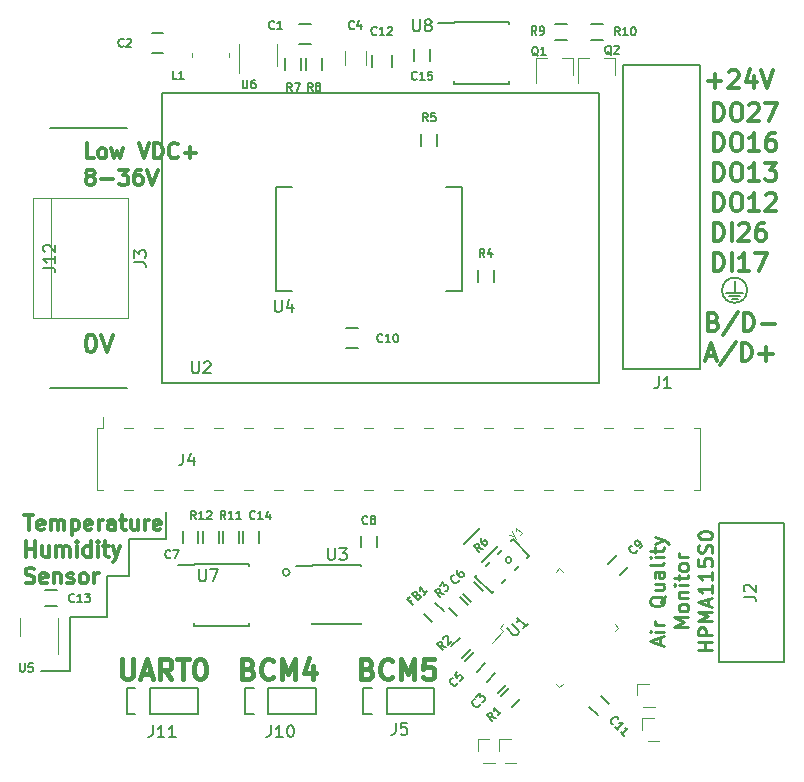
<source format=gbr>
G04 #@! TF.GenerationSoftware,KiCad,Pcbnew,5.0.2-bee76a0~70~ubuntu18.04.1*
G04 #@! TF.CreationDate,2019-11-01T13:53:43-07:00*
G04 #@! TF.ProjectId,piweather,70697765-6174-4686-9572-2e6b69636164,rev?*
G04 #@! TF.SameCoordinates,Original*
G04 #@! TF.FileFunction,Legend,Top*
G04 #@! TF.FilePolarity,Positive*
%FSLAX46Y46*%
G04 Gerber Fmt 4.6, Leading zero omitted, Abs format (unit mm)*
G04 Created by KiCad (PCBNEW 5.0.2-bee76a0~70~ubuntu18.04.1) date Fri 01 Nov 2019 01:53:43 PM PDT*
%MOMM*%
%LPD*%
G01*
G04 APERTURE LIST*
%ADD10C,0.250000*%
%ADD11C,0.200000*%
%ADD12C,0.300000*%
%ADD13C,0.400000*%
%ADD14C,0.150000*%
%ADD15C,0.120000*%
%ADD16C,0.152400*%
%ADD17C,0.100000*%
G04 APERTURE END LIST*
D10*
X122150000Y-104189285D02*
X122150000Y-103617857D01*
X122492857Y-104303571D02*
X121292857Y-103903571D01*
X122492857Y-103503571D01*
X122492857Y-103103571D02*
X121692857Y-103103571D01*
X121292857Y-103103571D02*
X121350000Y-103160714D01*
X121407142Y-103103571D01*
X121350000Y-103046428D01*
X121292857Y-103103571D01*
X121407142Y-103103571D01*
X122492857Y-102532142D02*
X121692857Y-102532142D01*
X121921428Y-102532142D02*
X121807142Y-102475000D01*
X121750000Y-102417857D01*
X121692857Y-102303571D01*
X121692857Y-102189285D01*
X122607142Y-100075000D02*
X122550000Y-100189285D01*
X122435714Y-100303571D01*
X122264285Y-100475000D01*
X122207142Y-100589285D01*
X122207142Y-100703571D01*
X122492857Y-100646428D02*
X122435714Y-100760714D01*
X122321428Y-100875000D01*
X122092857Y-100932142D01*
X121692857Y-100932142D01*
X121464285Y-100875000D01*
X121350000Y-100760714D01*
X121292857Y-100646428D01*
X121292857Y-100417857D01*
X121350000Y-100303571D01*
X121464285Y-100189285D01*
X121692857Y-100132142D01*
X122092857Y-100132142D01*
X122321428Y-100189285D01*
X122435714Y-100303571D01*
X122492857Y-100417857D01*
X122492857Y-100646428D01*
X121692857Y-99103571D02*
X122492857Y-99103571D01*
X121692857Y-99617857D02*
X122321428Y-99617857D01*
X122435714Y-99560714D01*
X122492857Y-99446428D01*
X122492857Y-99275000D01*
X122435714Y-99160714D01*
X122378571Y-99103571D01*
X122492857Y-98017857D02*
X121864285Y-98017857D01*
X121750000Y-98075000D01*
X121692857Y-98189285D01*
X121692857Y-98417857D01*
X121750000Y-98532142D01*
X122435714Y-98017857D02*
X122492857Y-98132142D01*
X122492857Y-98417857D01*
X122435714Y-98532142D01*
X122321428Y-98589285D01*
X122207142Y-98589285D01*
X122092857Y-98532142D01*
X122035714Y-98417857D01*
X122035714Y-98132142D01*
X121978571Y-98017857D01*
X122492857Y-97275000D02*
X122435714Y-97389285D01*
X122321428Y-97446428D01*
X121292857Y-97446428D01*
X122492857Y-96817857D02*
X121692857Y-96817857D01*
X121292857Y-96817857D02*
X121350000Y-96875000D01*
X121407142Y-96817857D01*
X121350000Y-96760714D01*
X121292857Y-96817857D01*
X121407142Y-96817857D01*
X121692857Y-96417857D02*
X121692857Y-95960714D01*
X121292857Y-96246428D02*
X122321428Y-96246428D01*
X122435714Y-96189285D01*
X122492857Y-96075000D01*
X122492857Y-95960714D01*
X121692857Y-95675000D02*
X122492857Y-95389285D01*
X121692857Y-95103571D02*
X122492857Y-95389285D01*
X122778571Y-95503571D01*
X122835714Y-95560714D01*
X122892857Y-95675000D01*
X124542857Y-102703571D02*
X123342857Y-102703571D01*
X124200000Y-102303571D01*
X123342857Y-101903571D01*
X124542857Y-101903571D01*
X124542857Y-101160714D02*
X124485714Y-101275000D01*
X124428571Y-101332142D01*
X124314285Y-101389285D01*
X123971428Y-101389285D01*
X123857142Y-101332142D01*
X123800000Y-101275000D01*
X123742857Y-101160714D01*
X123742857Y-100989285D01*
X123800000Y-100875000D01*
X123857142Y-100817857D01*
X123971428Y-100760714D01*
X124314285Y-100760714D01*
X124428571Y-100817857D01*
X124485714Y-100875000D01*
X124542857Y-100989285D01*
X124542857Y-101160714D01*
X123742857Y-100246428D02*
X124542857Y-100246428D01*
X123857142Y-100246428D02*
X123800000Y-100189285D01*
X123742857Y-100075000D01*
X123742857Y-99903571D01*
X123800000Y-99789285D01*
X123914285Y-99732142D01*
X124542857Y-99732142D01*
X124542857Y-99160714D02*
X123742857Y-99160714D01*
X123342857Y-99160714D02*
X123400000Y-99217857D01*
X123457142Y-99160714D01*
X123400000Y-99103571D01*
X123342857Y-99160714D01*
X123457142Y-99160714D01*
X123742857Y-98760714D02*
X123742857Y-98303571D01*
X123342857Y-98589285D02*
X124371428Y-98589285D01*
X124485714Y-98532142D01*
X124542857Y-98417857D01*
X124542857Y-98303571D01*
X124542857Y-97732142D02*
X124485714Y-97846428D01*
X124428571Y-97903571D01*
X124314285Y-97960714D01*
X123971428Y-97960714D01*
X123857142Y-97903571D01*
X123800000Y-97846428D01*
X123742857Y-97732142D01*
X123742857Y-97560714D01*
X123800000Y-97446428D01*
X123857142Y-97389285D01*
X123971428Y-97332142D01*
X124314285Y-97332142D01*
X124428571Y-97389285D01*
X124485714Y-97446428D01*
X124542857Y-97560714D01*
X124542857Y-97732142D01*
X124542857Y-96817857D02*
X123742857Y-96817857D01*
X123971428Y-96817857D02*
X123857142Y-96760714D01*
X123800000Y-96703571D01*
X123742857Y-96589285D01*
X123742857Y-96475000D01*
X126592857Y-104675000D02*
X125392857Y-104675000D01*
X125964285Y-104675000D02*
X125964285Y-103989285D01*
X126592857Y-103989285D02*
X125392857Y-103989285D01*
X126592857Y-103417857D02*
X125392857Y-103417857D01*
X125392857Y-102960714D01*
X125450000Y-102846428D01*
X125507142Y-102789285D01*
X125621428Y-102732142D01*
X125792857Y-102732142D01*
X125907142Y-102789285D01*
X125964285Y-102846428D01*
X126021428Y-102960714D01*
X126021428Y-103417857D01*
X126592857Y-102217857D02*
X125392857Y-102217857D01*
X126250000Y-101817857D01*
X125392857Y-101417857D01*
X126592857Y-101417857D01*
X126250000Y-100903571D02*
X126250000Y-100332142D01*
X126592857Y-101017857D02*
X125392857Y-100617857D01*
X126592857Y-100217857D01*
X126592857Y-99189285D02*
X126592857Y-99875000D01*
X126592857Y-99532142D02*
X125392857Y-99532142D01*
X125564285Y-99646428D01*
X125678571Y-99760714D01*
X125735714Y-99875000D01*
X126592857Y-98046428D02*
X126592857Y-98732142D01*
X126592857Y-98389285D02*
X125392857Y-98389285D01*
X125564285Y-98503571D01*
X125678571Y-98617857D01*
X125735714Y-98732142D01*
X125392857Y-96960714D02*
X125392857Y-97532142D01*
X125964285Y-97589285D01*
X125907142Y-97532142D01*
X125850000Y-97417857D01*
X125850000Y-97132142D01*
X125907142Y-97017857D01*
X125964285Y-96960714D01*
X126078571Y-96903571D01*
X126364285Y-96903571D01*
X126478571Y-96960714D01*
X126535714Y-97017857D01*
X126592857Y-97132142D01*
X126592857Y-97417857D01*
X126535714Y-97532142D01*
X126478571Y-97589285D01*
X126535714Y-96446428D02*
X126592857Y-96275000D01*
X126592857Y-95989285D01*
X126535714Y-95875000D01*
X126478571Y-95817857D01*
X126364285Y-95760714D01*
X126250000Y-95760714D01*
X126135714Y-95817857D01*
X126078571Y-95875000D01*
X126021428Y-95989285D01*
X125964285Y-96217857D01*
X125907142Y-96332142D01*
X125850000Y-96389285D01*
X125735714Y-96446428D01*
X125621428Y-96446428D01*
X125507142Y-96389285D01*
X125450000Y-96332142D01*
X125392857Y-96217857D01*
X125392857Y-95932142D01*
X125450000Y-95760714D01*
X125392857Y-95017857D02*
X125392857Y-94903571D01*
X125450000Y-94789285D01*
X125507142Y-94732142D01*
X125621428Y-94675000D01*
X125850000Y-94617857D01*
X126135714Y-94617857D01*
X126364285Y-94675000D01*
X126478571Y-94732142D01*
X126535714Y-94789285D01*
X126592857Y-94903571D01*
X126592857Y-95017857D01*
X126535714Y-95132142D01*
X126478571Y-95189285D01*
X126364285Y-95246428D01*
X126135714Y-95303571D01*
X125850000Y-95303571D01*
X125621428Y-95246428D01*
X125507142Y-95189285D01*
X125450000Y-95132142D01*
X125392857Y-95017857D01*
D11*
X80300000Y-95275000D02*
X80300000Y-92975000D01*
X80100000Y-95275000D02*
X80300000Y-95275000D01*
X77200000Y-95275000D02*
X80100000Y-95275000D01*
X77200000Y-98375000D02*
X77200000Y-95275000D01*
X75300000Y-98375000D02*
X77200000Y-98375000D01*
X75300000Y-101875000D02*
X75300000Y-98375000D01*
X72200000Y-101875000D02*
X75300000Y-101875000D01*
X72200000Y-106475000D02*
X72200000Y-101875000D01*
X69700000Y-106475000D02*
X72200000Y-106475000D01*
D12*
X68318809Y-93213095D02*
X69061666Y-93213095D01*
X68690238Y-94513095D02*
X68690238Y-93213095D01*
X69990238Y-94451190D02*
X69866428Y-94513095D01*
X69618809Y-94513095D01*
X69495000Y-94451190D01*
X69433095Y-94327380D01*
X69433095Y-93832142D01*
X69495000Y-93708333D01*
X69618809Y-93646428D01*
X69866428Y-93646428D01*
X69990238Y-93708333D01*
X70052142Y-93832142D01*
X70052142Y-93955952D01*
X69433095Y-94079761D01*
X70609285Y-94513095D02*
X70609285Y-93646428D01*
X70609285Y-93770238D02*
X70671190Y-93708333D01*
X70795000Y-93646428D01*
X70980714Y-93646428D01*
X71104523Y-93708333D01*
X71166428Y-93832142D01*
X71166428Y-94513095D01*
X71166428Y-93832142D02*
X71228333Y-93708333D01*
X71352142Y-93646428D01*
X71537857Y-93646428D01*
X71661666Y-93708333D01*
X71723571Y-93832142D01*
X71723571Y-94513095D01*
X72342619Y-93646428D02*
X72342619Y-94946428D01*
X72342619Y-93708333D02*
X72466428Y-93646428D01*
X72714047Y-93646428D01*
X72837857Y-93708333D01*
X72899761Y-93770238D01*
X72961666Y-93894047D01*
X72961666Y-94265476D01*
X72899761Y-94389285D01*
X72837857Y-94451190D01*
X72714047Y-94513095D01*
X72466428Y-94513095D01*
X72342619Y-94451190D01*
X74014047Y-94451190D02*
X73890238Y-94513095D01*
X73642619Y-94513095D01*
X73518809Y-94451190D01*
X73456904Y-94327380D01*
X73456904Y-93832142D01*
X73518809Y-93708333D01*
X73642619Y-93646428D01*
X73890238Y-93646428D01*
X74014047Y-93708333D01*
X74075952Y-93832142D01*
X74075952Y-93955952D01*
X73456904Y-94079761D01*
X74633095Y-94513095D02*
X74633095Y-93646428D01*
X74633095Y-93894047D02*
X74695000Y-93770238D01*
X74756904Y-93708333D01*
X74880714Y-93646428D01*
X75004523Y-93646428D01*
X75995000Y-94513095D02*
X75995000Y-93832142D01*
X75933095Y-93708333D01*
X75809285Y-93646428D01*
X75561666Y-93646428D01*
X75437857Y-93708333D01*
X75995000Y-94451190D02*
X75871190Y-94513095D01*
X75561666Y-94513095D01*
X75437857Y-94451190D01*
X75375952Y-94327380D01*
X75375952Y-94203571D01*
X75437857Y-94079761D01*
X75561666Y-94017857D01*
X75871190Y-94017857D01*
X75995000Y-93955952D01*
X76428333Y-93646428D02*
X76923571Y-93646428D01*
X76614047Y-93213095D02*
X76614047Y-94327380D01*
X76675952Y-94451190D01*
X76799761Y-94513095D01*
X76923571Y-94513095D01*
X77914047Y-93646428D02*
X77914047Y-94513095D01*
X77356904Y-93646428D02*
X77356904Y-94327380D01*
X77418809Y-94451190D01*
X77542619Y-94513095D01*
X77728333Y-94513095D01*
X77852142Y-94451190D01*
X77914047Y-94389285D01*
X78533095Y-94513095D02*
X78533095Y-93646428D01*
X78533095Y-93894047D02*
X78595000Y-93770238D01*
X78656904Y-93708333D01*
X78780714Y-93646428D01*
X78904523Y-93646428D01*
X79833095Y-94451190D02*
X79709285Y-94513095D01*
X79461666Y-94513095D01*
X79337857Y-94451190D01*
X79275952Y-94327380D01*
X79275952Y-93832142D01*
X79337857Y-93708333D01*
X79461666Y-93646428D01*
X79709285Y-93646428D01*
X79833095Y-93708333D01*
X79895000Y-93832142D01*
X79895000Y-93955952D01*
X79275952Y-94079761D01*
X68504523Y-96763095D02*
X68504523Y-95463095D01*
X68504523Y-96082142D02*
X69247380Y-96082142D01*
X69247380Y-96763095D02*
X69247380Y-95463095D01*
X70423571Y-95896428D02*
X70423571Y-96763095D01*
X69866428Y-95896428D02*
X69866428Y-96577380D01*
X69928333Y-96701190D01*
X70052142Y-96763095D01*
X70237857Y-96763095D01*
X70361666Y-96701190D01*
X70423571Y-96639285D01*
X71042619Y-96763095D02*
X71042619Y-95896428D01*
X71042619Y-96020238D02*
X71104523Y-95958333D01*
X71228333Y-95896428D01*
X71414047Y-95896428D01*
X71537857Y-95958333D01*
X71599761Y-96082142D01*
X71599761Y-96763095D01*
X71599761Y-96082142D02*
X71661666Y-95958333D01*
X71785476Y-95896428D01*
X71971190Y-95896428D01*
X72095000Y-95958333D01*
X72156904Y-96082142D01*
X72156904Y-96763095D01*
X72775952Y-96763095D02*
X72775952Y-95896428D01*
X72775952Y-95463095D02*
X72714047Y-95525000D01*
X72775952Y-95586904D01*
X72837857Y-95525000D01*
X72775952Y-95463095D01*
X72775952Y-95586904D01*
X73952142Y-96763095D02*
X73952142Y-95463095D01*
X73952142Y-96701190D02*
X73828333Y-96763095D01*
X73580714Y-96763095D01*
X73456904Y-96701190D01*
X73395000Y-96639285D01*
X73333095Y-96515476D01*
X73333095Y-96144047D01*
X73395000Y-96020238D01*
X73456904Y-95958333D01*
X73580714Y-95896428D01*
X73828333Y-95896428D01*
X73952142Y-95958333D01*
X74571190Y-96763095D02*
X74571190Y-95896428D01*
X74571190Y-95463095D02*
X74509285Y-95525000D01*
X74571190Y-95586904D01*
X74633095Y-95525000D01*
X74571190Y-95463095D01*
X74571190Y-95586904D01*
X75004523Y-95896428D02*
X75499761Y-95896428D01*
X75190238Y-95463095D02*
X75190238Y-96577380D01*
X75252142Y-96701190D01*
X75375952Y-96763095D01*
X75499761Y-96763095D01*
X75809285Y-95896428D02*
X76118809Y-96763095D01*
X76428333Y-95896428D02*
X76118809Y-96763095D01*
X75995000Y-97072619D01*
X75933095Y-97134523D01*
X75809285Y-97196428D01*
X68442619Y-98951190D02*
X68628333Y-99013095D01*
X68937857Y-99013095D01*
X69061666Y-98951190D01*
X69123571Y-98889285D01*
X69185476Y-98765476D01*
X69185476Y-98641666D01*
X69123571Y-98517857D01*
X69061666Y-98455952D01*
X68937857Y-98394047D01*
X68690238Y-98332142D01*
X68566428Y-98270238D01*
X68504523Y-98208333D01*
X68442619Y-98084523D01*
X68442619Y-97960714D01*
X68504523Y-97836904D01*
X68566428Y-97775000D01*
X68690238Y-97713095D01*
X68999761Y-97713095D01*
X69185476Y-97775000D01*
X70237857Y-98951190D02*
X70114047Y-99013095D01*
X69866428Y-99013095D01*
X69742619Y-98951190D01*
X69680714Y-98827380D01*
X69680714Y-98332142D01*
X69742619Y-98208333D01*
X69866428Y-98146428D01*
X70114047Y-98146428D01*
X70237857Y-98208333D01*
X70299761Y-98332142D01*
X70299761Y-98455952D01*
X69680714Y-98579761D01*
X70856904Y-98146428D02*
X70856904Y-99013095D01*
X70856904Y-98270238D02*
X70918809Y-98208333D01*
X71042619Y-98146428D01*
X71228333Y-98146428D01*
X71352142Y-98208333D01*
X71414047Y-98332142D01*
X71414047Y-99013095D01*
X71971190Y-98951190D02*
X72095000Y-99013095D01*
X72342619Y-99013095D01*
X72466428Y-98951190D01*
X72528333Y-98827380D01*
X72528333Y-98765476D01*
X72466428Y-98641666D01*
X72342619Y-98579761D01*
X72156904Y-98579761D01*
X72033095Y-98517857D01*
X71971190Y-98394047D01*
X71971190Y-98332142D01*
X72033095Y-98208333D01*
X72156904Y-98146428D01*
X72342619Y-98146428D01*
X72466428Y-98208333D01*
X73271190Y-99013095D02*
X73147380Y-98951190D01*
X73085476Y-98889285D01*
X73023571Y-98765476D01*
X73023571Y-98394047D01*
X73085476Y-98270238D01*
X73147380Y-98208333D01*
X73271190Y-98146428D01*
X73456904Y-98146428D01*
X73580714Y-98208333D01*
X73642619Y-98270238D01*
X73704523Y-98394047D01*
X73704523Y-98765476D01*
X73642619Y-98889285D01*
X73580714Y-98951190D01*
X73456904Y-99013095D01*
X73271190Y-99013095D01*
X74261666Y-99013095D02*
X74261666Y-98146428D01*
X74261666Y-98394047D02*
X74323571Y-98270238D01*
X74385476Y-98208333D01*
X74509285Y-98146428D01*
X74633095Y-98146428D01*
D13*
X97390476Y-106253571D02*
X97633333Y-106334523D01*
X97714285Y-106415476D01*
X97795238Y-106577380D01*
X97795238Y-106820238D01*
X97714285Y-106982142D01*
X97633333Y-107063095D01*
X97471428Y-107144047D01*
X96823809Y-107144047D01*
X96823809Y-105444047D01*
X97390476Y-105444047D01*
X97552380Y-105525000D01*
X97633333Y-105605952D01*
X97714285Y-105767857D01*
X97714285Y-105929761D01*
X97633333Y-106091666D01*
X97552380Y-106172619D01*
X97390476Y-106253571D01*
X96823809Y-106253571D01*
X99495238Y-106982142D02*
X99414285Y-107063095D01*
X99171428Y-107144047D01*
X99009523Y-107144047D01*
X98766666Y-107063095D01*
X98604761Y-106901190D01*
X98523809Y-106739285D01*
X98442857Y-106415476D01*
X98442857Y-106172619D01*
X98523809Y-105848809D01*
X98604761Y-105686904D01*
X98766666Y-105525000D01*
X99009523Y-105444047D01*
X99171428Y-105444047D01*
X99414285Y-105525000D01*
X99495238Y-105605952D01*
X100223809Y-107144047D02*
X100223809Y-105444047D01*
X100790476Y-106658333D01*
X101357142Y-105444047D01*
X101357142Y-107144047D01*
X102976190Y-105444047D02*
X102166666Y-105444047D01*
X102085714Y-106253571D01*
X102166666Y-106172619D01*
X102328571Y-106091666D01*
X102733333Y-106091666D01*
X102895238Y-106172619D01*
X102976190Y-106253571D01*
X103057142Y-106415476D01*
X103057142Y-106820238D01*
X102976190Y-106982142D01*
X102895238Y-107063095D01*
X102733333Y-107144047D01*
X102328571Y-107144047D01*
X102166666Y-107063095D01*
X102085714Y-106982142D01*
X87290476Y-106253571D02*
X87533333Y-106334523D01*
X87614285Y-106415476D01*
X87695238Y-106577380D01*
X87695238Y-106820238D01*
X87614285Y-106982142D01*
X87533333Y-107063095D01*
X87371428Y-107144047D01*
X86723809Y-107144047D01*
X86723809Y-105444047D01*
X87290476Y-105444047D01*
X87452380Y-105525000D01*
X87533333Y-105605952D01*
X87614285Y-105767857D01*
X87614285Y-105929761D01*
X87533333Y-106091666D01*
X87452380Y-106172619D01*
X87290476Y-106253571D01*
X86723809Y-106253571D01*
X89395238Y-106982142D02*
X89314285Y-107063095D01*
X89071428Y-107144047D01*
X88909523Y-107144047D01*
X88666666Y-107063095D01*
X88504761Y-106901190D01*
X88423809Y-106739285D01*
X88342857Y-106415476D01*
X88342857Y-106172619D01*
X88423809Y-105848809D01*
X88504761Y-105686904D01*
X88666666Y-105525000D01*
X88909523Y-105444047D01*
X89071428Y-105444047D01*
X89314285Y-105525000D01*
X89395238Y-105605952D01*
X90123809Y-107144047D02*
X90123809Y-105444047D01*
X90690476Y-106658333D01*
X91257142Y-105444047D01*
X91257142Y-107144047D01*
X92795238Y-106010714D02*
X92795238Y-107144047D01*
X92390476Y-105363095D02*
X91985714Y-106577380D01*
X93038095Y-106577380D01*
X76578571Y-105444047D02*
X76578571Y-106820238D01*
X76659523Y-106982142D01*
X76740476Y-107063095D01*
X76902380Y-107144047D01*
X77226190Y-107144047D01*
X77388095Y-107063095D01*
X77469047Y-106982142D01*
X77550000Y-106820238D01*
X77550000Y-105444047D01*
X78278571Y-106658333D02*
X79088095Y-106658333D01*
X78116666Y-107144047D02*
X78683333Y-105444047D01*
X79250000Y-107144047D01*
X80788095Y-107144047D02*
X80221428Y-106334523D01*
X79816666Y-107144047D02*
X79816666Y-105444047D01*
X80464285Y-105444047D01*
X80626190Y-105525000D01*
X80707142Y-105605952D01*
X80788095Y-105767857D01*
X80788095Y-106010714D01*
X80707142Y-106172619D01*
X80626190Y-106253571D01*
X80464285Y-106334523D01*
X79816666Y-106334523D01*
X81273809Y-105444047D02*
X82245238Y-105444047D01*
X81759523Y-107144047D02*
X81759523Y-105444047D01*
X83135714Y-105444047D02*
X83297619Y-105444047D01*
X83459523Y-105525000D01*
X83540476Y-105605952D01*
X83621428Y-105767857D01*
X83702380Y-106091666D01*
X83702380Y-106496428D01*
X83621428Y-106820238D01*
X83540476Y-106982142D01*
X83459523Y-107063095D01*
X83297619Y-107144047D01*
X83135714Y-107144047D01*
X82973809Y-107063095D01*
X82892857Y-106982142D01*
X82811904Y-106820238D01*
X82730952Y-106496428D01*
X82730952Y-106091666D01*
X82811904Y-105767857D01*
X82892857Y-105605952D01*
X82973809Y-105525000D01*
X83135714Y-105444047D01*
D12*
X126196142Y-56504142D02*
X127339000Y-56504142D01*
X126767571Y-57075571D02*
X126767571Y-55932714D01*
X127981857Y-55718428D02*
X128053285Y-55647000D01*
X128196142Y-55575571D01*
X128553285Y-55575571D01*
X128696142Y-55647000D01*
X128767571Y-55718428D01*
X128839000Y-55861285D01*
X128839000Y-56004142D01*
X128767571Y-56218428D01*
X127910428Y-57075571D01*
X128839000Y-57075571D01*
X130124714Y-56075571D02*
X130124714Y-57075571D01*
X129767571Y-55504142D02*
X129410428Y-56575571D01*
X130339000Y-56575571D01*
X130696142Y-55575571D02*
X131196142Y-57075571D01*
X131696142Y-55575571D01*
X126704142Y-59869571D02*
X126704142Y-58369571D01*
X127061285Y-58369571D01*
X127275571Y-58441000D01*
X127418428Y-58583857D01*
X127489857Y-58726714D01*
X127561285Y-59012428D01*
X127561285Y-59226714D01*
X127489857Y-59512428D01*
X127418428Y-59655285D01*
X127275571Y-59798142D01*
X127061285Y-59869571D01*
X126704142Y-59869571D01*
X128489857Y-58369571D02*
X128775571Y-58369571D01*
X128918428Y-58441000D01*
X129061285Y-58583857D01*
X129132714Y-58869571D01*
X129132714Y-59369571D01*
X129061285Y-59655285D01*
X128918428Y-59798142D01*
X128775571Y-59869571D01*
X128489857Y-59869571D01*
X128347000Y-59798142D01*
X128204142Y-59655285D01*
X128132714Y-59369571D01*
X128132714Y-58869571D01*
X128204142Y-58583857D01*
X128347000Y-58441000D01*
X128489857Y-58369571D01*
X129704142Y-58512428D02*
X129775571Y-58441000D01*
X129918428Y-58369571D01*
X130275571Y-58369571D01*
X130418428Y-58441000D01*
X130489857Y-58512428D01*
X130561285Y-58655285D01*
X130561285Y-58798142D01*
X130489857Y-59012428D01*
X129632714Y-59869571D01*
X130561285Y-59869571D01*
X131061285Y-58369571D02*
X132061285Y-58369571D01*
X131418428Y-59869571D01*
X126704142Y-62409571D02*
X126704142Y-60909571D01*
X127061285Y-60909571D01*
X127275571Y-60981000D01*
X127418428Y-61123857D01*
X127489857Y-61266714D01*
X127561285Y-61552428D01*
X127561285Y-61766714D01*
X127489857Y-62052428D01*
X127418428Y-62195285D01*
X127275571Y-62338142D01*
X127061285Y-62409571D01*
X126704142Y-62409571D01*
X128489857Y-60909571D02*
X128775571Y-60909571D01*
X128918428Y-60981000D01*
X129061285Y-61123857D01*
X129132714Y-61409571D01*
X129132714Y-61909571D01*
X129061285Y-62195285D01*
X128918428Y-62338142D01*
X128775571Y-62409571D01*
X128489857Y-62409571D01*
X128347000Y-62338142D01*
X128204142Y-62195285D01*
X128132714Y-61909571D01*
X128132714Y-61409571D01*
X128204142Y-61123857D01*
X128347000Y-60981000D01*
X128489857Y-60909571D01*
X130561285Y-62409571D02*
X129704142Y-62409571D01*
X130132714Y-62409571D02*
X130132714Y-60909571D01*
X129989857Y-61123857D01*
X129847000Y-61266714D01*
X129704142Y-61338142D01*
X131847000Y-60909571D02*
X131561285Y-60909571D01*
X131418428Y-60981000D01*
X131347000Y-61052428D01*
X131204142Y-61266714D01*
X131132714Y-61552428D01*
X131132714Y-62123857D01*
X131204142Y-62266714D01*
X131275571Y-62338142D01*
X131418428Y-62409571D01*
X131704142Y-62409571D01*
X131847000Y-62338142D01*
X131918428Y-62266714D01*
X131989857Y-62123857D01*
X131989857Y-61766714D01*
X131918428Y-61623857D01*
X131847000Y-61552428D01*
X131704142Y-61481000D01*
X131418428Y-61481000D01*
X131275571Y-61552428D01*
X131204142Y-61623857D01*
X131132714Y-61766714D01*
X126704142Y-64949571D02*
X126704142Y-63449571D01*
X127061285Y-63449571D01*
X127275571Y-63521000D01*
X127418428Y-63663857D01*
X127489857Y-63806714D01*
X127561285Y-64092428D01*
X127561285Y-64306714D01*
X127489857Y-64592428D01*
X127418428Y-64735285D01*
X127275571Y-64878142D01*
X127061285Y-64949571D01*
X126704142Y-64949571D01*
X128489857Y-63449571D02*
X128775571Y-63449571D01*
X128918428Y-63521000D01*
X129061285Y-63663857D01*
X129132714Y-63949571D01*
X129132714Y-64449571D01*
X129061285Y-64735285D01*
X128918428Y-64878142D01*
X128775571Y-64949571D01*
X128489857Y-64949571D01*
X128347000Y-64878142D01*
X128204142Y-64735285D01*
X128132714Y-64449571D01*
X128132714Y-63949571D01*
X128204142Y-63663857D01*
X128347000Y-63521000D01*
X128489857Y-63449571D01*
X130561285Y-64949571D02*
X129704142Y-64949571D01*
X130132714Y-64949571D02*
X130132714Y-63449571D01*
X129989857Y-63663857D01*
X129847000Y-63806714D01*
X129704142Y-63878142D01*
X131061285Y-63449571D02*
X131989857Y-63449571D01*
X131489857Y-64021000D01*
X131704142Y-64021000D01*
X131847000Y-64092428D01*
X131918428Y-64163857D01*
X131989857Y-64306714D01*
X131989857Y-64663857D01*
X131918428Y-64806714D01*
X131847000Y-64878142D01*
X131704142Y-64949571D01*
X131275571Y-64949571D01*
X131132714Y-64878142D01*
X131061285Y-64806714D01*
X126704142Y-67489571D02*
X126704142Y-65989571D01*
X127061285Y-65989571D01*
X127275571Y-66061000D01*
X127418428Y-66203857D01*
X127489857Y-66346714D01*
X127561285Y-66632428D01*
X127561285Y-66846714D01*
X127489857Y-67132428D01*
X127418428Y-67275285D01*
X127275571Y-67418142D01*
X127061285Y-67489571D01*
X126704142Y-67489571D01*
X128489857Y-65989571D02*
X128775571Y-65989571D01*
X128918428Y-66061000D01*
X129061285Y-66203857D01*
X129132714Y-66489571D01*
X129132714Y-66989571D01*
X129061285Y-67275285D01*
X128918428Y-67418142D01*
X128775571Y-67489571D01*
X128489857Y-67489571D01*
X128347000Y-67418142D01*
X128204142Y-67275285D01*
X128132714Y-66989571D01*
X128132714Y-66489571D01*
X128204142Y-66203857D01*
X128347000Y-66061000D01*
X128489857Y-65989571D01*
X130561285Y-67489571D02*
X129704142Y-67489571D01*
X130132714Y-67489571D02*
X130132714Y-65989571D01*
X129989857Y-66203857D01*
X129847000Y-66346714D01*
X129704142Y-66418142D01*
X131132714Y-66132428D02*
X131204142Y-66061000D01*
X131347000Y-65989571D01*
X131704142Y-65989571D01*
X131847000Y-66061000D01*
X131918428Y-66132428D01*
X131989857Y-66275285D01*
X131989857Y-66418142D01*
X131918428Y-66632428D01*
X131061285Y-67489571D01*
X131989857Y-67489571D01*
X126704142Y-70029571D02*
X126704142Y-68529571D01*
X127061285Y-68529571D01*
X127275571Y-68601000D01*
X127418428Y-68743857D01*
X127489857Y-68886714D01*
X127561285Y-69172428D01*
X127561285Y-69386714D01*
X127489857Y-69672428D01*
X127418428Y-69815285D01*
X127275571Y-69958142D01*
X127061285Y-70029571D01*
X126704142Y-70029571D01*
X128204142Y-70029571D02*
X128204142Y-68529571D01*
X128847000Y-68672428D02*
X128918428Y-68601000D01*
X129061285Y-68529571D01*
X129418428Y-68529571D01*
X129561285Y-68601000D01*
X129632714Y-68672428D01*
X129704142Y-68815285D01*
X129704142Y-68958142D01*
X129632714Y-69172428D01*
X128775571Y-70029571D01*
X129704142Y-70029571D01*
X130989857Y-68529571D02*
X130704142Y-68529571D01*
X130561285Y-68601000D01*
X130489857Y-68672428D01*
X130347000Y-68886714D01*
X130275571Y-69172428D01*
X130275571Y-69743857D01*
X130347000Y-69886714D01*
X130418428Y-69958142D01*
X130561285Y-70029571D01*
X130847000Y-70029571D01*
X130989857Y-69958142D01*
X131061285Y-69886714D01*
X131132714Y-69743857D01*
X131132714Y-69386714D01*
X131061285Y-69243857D01*
X130989857Y-69172428D01*
X130847000Y-69101000D01*
X130561285Y-69101000D01*
X130418428Y-69172428D01*
X130347000Y-69243857D01*
X130275571Y-69386714D01*
X126704142Y-72569571D02*
X126704142Y-71069571D01*
X127061285Y-71069571D01*
X127275571Y-71141000D01*
X127418428Y-71283857D01*
X127489857Y-71426714D01*
X127561285Y-71712428D01*
X127561285Y-71926714D01*
X127489857Y-72212428D01*
X127418428Y-72355285D01*
X127275571Y-72498142D01*
X127061285Y-72569571D01*
X126704142Y-72569571D01*
X128204142Y-72569571D02*
X128204142Y-71069571D01*
X129704142Y-72569571D02*
X128847000Y-72569571D01*
X129275571Y-72569571D02*
X129275571Y-71069571D01*
X129132714Y-71283857D01*
X128989857Y-71426714D01*
X128847000Y-71498142D01*
X130204142Y-71069571D02*
X131204142Y-71069571D01*
X130561285Y-72569571D01*
X74223571Y-63038095D02*
X73604523Y-63038095D01*
X73604523Y-61738095D01*
X74842619Y-63038095D02*
X74718809Y-62976190D01*
X74656904Y-62914285D01*
X74595000Y-62790476D01*
X74595000Y-62419047D01*
X74656904Y-62295238D01*
X74718809Y-62233333D01*
X74842619Y-62171428D01*
X75028333Y-62171428D01*
X75152142Y-62233333D01*
X75214047Y-62295238D01*
X75275952Y-62419047D01*
X75275952Y-62790476D01*
X75214047Y-62914285D01*
X75152142Y-62976190D01*
X75028333Y-63038095D01*
X74842619Y-63038095D01*
X75709285Y-62171428D02*
X75956904Y-63038095D01*
X76204523Y-62419047D01*
X76452142Y-63038095D01*
X76699761Y-62171428D01*
X77999761Y-61738095D02*
X78433095Y-63038095D01*
X78866428Y-61738095D01*
X79299761Y-63038095D02*
X79299761Y-61738095D01*
X79609285Y-61738095D01*
X79795000Y-61800000D01*
X79918809Y-61923809D01*
X79980714Y-62047619D01*
X80042619Y-62295238D01*
X80042619Y-62480952D01*
X79980714Y-62728571D01*
X79918809Y-62852380D01*
X79795000Y-62976190D01*
X79609285Y-63038095D01*
X79299761Y-63038095D01*
X81342619Y-62914285D02*
X81280714Y-62976190D01*
X81095000Y-63038095D01*
X80971190Y-63038095D01*
X80785476Y-62976190D01*
X80661666Y-62852380D01*
X80599761Y-62728571D01*
X80537857Y-62480952D01*
X80537857Y-62295238D01*
X80599761Y-62047619D01*
X80661666Y-61923809D01*
X80785476Y-61800000D01*
X80971190Y-61738095D01*
X81095000Y-61738095D01*
X81280714Y-61800000D01*
X81342619Y-61861904D01*
X81899761Y-62542857D02*
X82890238Y-62542857D01*
X82395000Y-63038095D02*
X82395000Y-62047619D01*
X73790238Y-64545238D02*
X73666428Y-64483333D01*
X73604523Y-64421428D01*
X73542619Y-64297619D01*
X73542619Y-64235714D01*
X73604523Y-64111904D01*
X73666428Y-64050000D01*
X73790238Y-63988095D01*
X74037857Y-63988095D01*
X74161666Y-64050000D01*
X74223571Y-64111904D01*
X74285476Y-64235714D01*
X74285476Y-64297619D01*
X74223571Y-64421428D01*
X74161666Y-64483333D01*
X74037857Y-64545238D01*
X73790238Y-64545238D01*
X73666428Y-64607142D01*
X73604523Y-64669047D01*
X73542619Y-64792857D01*
X73542619Y-65040476D01*
X73604523Y-65164285D01*
X73666428Y-65226190D01*
X73790238Y-65288095D01*
X74037857Y-65288095D01*
X74161666Y-65226190D01*
X74223571Y-65164285D01*
X74285476Y-65040476D01*
X74285476Y-64792857D01*
X74223571Y-64669047D01*
X74161666Y-64607142D01*
X74037857Y-64545238D01*
X74842619Y-64792857D02*
X75833095Y-64792857D01*
X76328333Y-63988095D02*
X77133095Y-63988095D01*
X76699761Y-64483333D01*
X76885476Y-64483333D01*
X77009285Y-64545238D01*
X77071190Y-64607142D01*
X77133095Y-64730952D01*
X77133095Y-65040476D01*
X77071190Y-65164285D01*
X77009285Y-65226190D01*
X76885476Y-65288095D01*
X76514047Y-65288095D01*
X76390238Y-65226190D01*
X76328333Y-65164285D01*
X78247380Y-63988095D02*
X77999761Y-63988095D01*
X77875952Y-64050000D01*
X77814047Y-64111904D01*
X77690238Y-64297619D01*
X77628333Y-64545238D01*
X77628333Y-65040476D01*
X77690238Y-65164285D01*
X77752142Y-65226190D01*
X77875952Y-65288095D01*
X78123571Y-65288095D01*
X78247380Y-65226190D01*
X78309285Y-65164285D01*
X78371190Y-65040476D01*
X78371190Y-64730952D01*
X78309285Y-64607142D01*
X78247380Y-64545238D01*
X78123571Y-64483333D01*
X77875952Y-64483333D01*
X77752142Y-64545238D01*
X77690238Y-64607142D01*
X77628333Y-64730952D01*
X78742619Y-63988095D02*
X79175952Y-65288095D01*
X79609285Y-63988095D01*
X73885714Y-77953571D02*
X74028571Y-77953571D01*
X74171428Y-78025000D01*
X74242857Y-78096428D01*
X74314285Y-78239285D01*
X74385714Y-78525000D01*
X74385714Y-78882142D01*
X74314285Y-79167857D01*
X74242857Y-79310714D01*
X74171428Y-79382142D01*
X74028571Y-79453571D01*
X73885714Y-79453571D01*
X73742857Y-79382142D01*
X73671428Y-79310714D01*
X73600000Y-79167857D01*
X73528571Y-78882142D01*
X73528571Y-78525000D01*
X73600000Y-78239285D01*
X73671428Y-78096428D01*
X73742857Y-78025000D01*
X73885714Y-77953571D01*
X74814285Y-77953571D02*
X75314285Y-79453571D01*
X75814285Y-77953571D01*
X126696142Y-76863857D02*
X126910428Y-76935285D01*
X126981857Y-77006714D01*
X127053285Y-77149571D01*
X127053285Y-77363857D01*
X126981857Y-77506714D01*
X126910428Y-77578142D01*
X126767571Y-77649571D01*
X126196142Y-77649571D01*
X126196142Y-76149571D01*
X126696142Y-76149571D01*
X126839000Y-76221000D01*
X126910428Y-76292428D01*
X126981857Y-76435285D01*
X126981857Y-76578142D01*
X126910428Y-76721000D01*
X126839000Y-76792428D01*
X126696142Y-76863857D01*
X126196142Y-76863857D01*
X128767571Y-76078142D02*
X127481857Y-78006714D01*
X129267571Y-77649571D02*
X129267571Y-76149571D01*
X129624714Y-76149571D01*
X129839000Y-76221000D01*
X129981857Y-76363857D01*
X130053285Y-76506714D01*
X130124714Y-76792428D01*
X130124714Y-77006714D01*
X130053285Y-77292428D01*
X129981857Y-77435285D01*
X129839000Y-77578142D01*
X129624714Y-77649571D01*
X129267571Y-77649571D01*
X130767571Y-77078142D02*
X131910428Y-77078142D01*
D11*
X128214000Y-74953000D02*
X128714000Y-74953000D01*
X127714000Y-74453000D02*
X129214000Y-74453000D01*
X129524660Y-74203000D02*
G75*
G03X129524660Y-74203000I-1060660J0D01*
G01*
X128464000Y-74453000D02*
X128464000Y-73453000D01*
X127964000Y-74703000D02*
X128964000Y-74703000D01*
D12*
X126124714Y-79761000D02*
X126839000Y-79761000D01*
X125981857Y-80189571D02*
X126481857Y-78689571D01*
X126981857Y-80189571D01*
X128553285Y-78618142D02*
X127267571Y-80546714D01*
X129053285Y-80189571D02*
X129053285Y-78689571D01*
X129410428Y-78689571D01*
X129624714Y-78761000D01*
X129767571Y-78903857D01*
X129839000Y-79046714D01*
X129910428Y-79332428D01*
X129910428Y-79546714D01*
X129839000Y-79832428D01*
X129767571Y-79975285D01*
X129624714Y-80118142D01*
X129410428Y-80189571D01*
X129053285Y-80189571D01*
X130553285Y-79618142D02*
X131696142Y-79618142D01*
X131124714Y-80189571D02*
X131124714Y-79046714D01*
D14*
G04 #@! TO.C,J2*
X132650000Y-93925000D02*
X132650000Y-105675000D01*
X127150000Y-93925000D02*
X127150000Y-105675000D01*
X132650000Y-105675000D02*
X127150000Y-105675000D01*
X132650000Y-93925000D02*
X127150000Y-93925000D01*
D15*
G04 #@! TO.C,J4*
X74975000Y-84940000D02*
X74975000Y-85850000D01*
X74975000Y-85850000D02*
X74490000Y-85850000D01*
X74490000Y-85850000D02*
X74490000Y-91150000D01*
X74490000Y-91150000D02*
X74975000Y-91150000D01*
X125025000Y-85850000D02*
X125510000Y-85850000D01*
X125510000Y-85850000D02*
X125510000Y-91150000D01*
X125510000Y-91150000D02*
X125025000Y-91150000D01*
X76765000Y-85850000D02*
X77515000Y-85850000D01*
X76765000Y-91150000D02*
X77515000Y-91150000D01*
X79305000Y-85850000D02*
X80055000Y-85850000D01*
X79305000Y-91150000D02*
X80055000Y-91150000D01*
X81845000Y-85850000D02*
X82595000Y-85850000D01*
X81845000Y-91150000D02*
X82595000Y-91150000D01*
X84385000Y-85850000D02*
X85135000Y-85850000D01*
X84385000Y-91150000D02*
X85135000Y-91150000D01*
X86925000Y-85850000D02*
X87675000Y-85850000D01*
X86925000Y-91150000D02*
X87675000Y-91150000D01*
X89465000Y-85850000D02*
X90215000Y-85850000D01*
X89465000Y-91150000D02*
X90215000Y-91150000D01*
X92005000Y-85850000D02*
X92755000Y-85850000D01*
X92005000Y-91150000D02*
X92755000Y-91150000D01*
X94545000Y-85850000D02*
X95295000Y-85850000D01*
X94545000Y-91150000D02*
X95295000Y-91150000D01*
X97085000Y-85850000D02*
X97835000Y-85850000D01*
X97085000Y-91150000D02*
X97835000Y-91150000D01*
X99625000Y-85850000D02*
X100375000Y-85850000D01*
X99625000Y-91150000D02*
X100375000Y-91150000D01*
X102165000Y-85850000D02*
X102915000Y-85850000D01*
X102165000Y-91150000D02*
X102915000Y-91150000D01*
X104705000Y-85850000D02*
X105455000Y-85850000D01*
X104705000Y-91150000D02*
X105455000Y-91150000D01*
X107245000Y-85850000D02*
X107995000Y-85850000D01*
X107245000Y-91150000D02*
X107995000Y-91150000D01*
X109785000Y-85850000D02*
X110535000Y-85850000D01*
X109785000Y-91150000D02*
X110535000Y-91150000D01*
X112325000Y-85850000D02*
X113075000Y-85850000D01*
X112325000Y-91150000D02*
X113075000Y-91150000D01*
X114865000Y-85850000D02*
X115615000Y-85850000D01*
X114865000Y-91150000D02*
X115615000Y-91150000D01*
X117405000Y-85850000D02*
X118155000Y-85850000D01*
X117405000Y-91150000D02*
X118155000Y-91150000D01*
X119945000Y-85850000D02*
X120695000Y-85850000D01*
X119945000Y-91150000D02*
X120695000Y-91150000D01*
X122485000Y-85850000D02*
X123235000Y-85850000D01*
X122485000Y-91150000D02*
X123235000Y-91150000D01*
G04 #@! TO.C,U1*
X113600000Y-107809600D02*
X113896985Y-107512615D01*
X108565400Y-102775000D02*
X108862385Y-103071985D01*
X108862385Y-103071985D02*
X107886577Y-104047792D01*
X113600000Y-97740400D02*
X113303015Y-98037385D01*
X118634600Y-102775000D02*
X118337615Y-103071985D01*
X108565400Y-102775000D02*
X108862385Y-102478015D01*
X113600000Y-107809600D02*
X113303015Y-107512615D01*
X118634600Y-102775000D02*
X118337615Y-102478015D01*
X113600000Y-97740400D02*
X113896985Y-98037385D01*
D14*
G04 #@! TO.C,U2*
X80000000Y-82025000D02*
X117000000Y-82025000D01*
X80000000Y-57525000D02*
X117000000Y-57525000D01*
X80000000Y-57525000D02*
X80000000Y-82025000D01*
X117000000Y-57525000D02*
X117000000Y-82025000D01*
G04 #@! TO.C,U3*
X92725000Y-97590000D02*
X91350000Y-97590000D01*
X92725000Y-102475000D02*
X96875000Y-102475000D01*
X92725000Y-97475000D02*
X96875000Y-97475000D01*
X92725000Y-102475000D02*
X92725000Y-102360000D01*
X96875000Y-102475000D02*
X96875000Y-102360000D01*
X96875000Y-97475000D02*
X96875000Y-97590000D01*
X92725000Y-97475000D02*
X92725000Y-97590000D01*
D16*
X90800000Y-98075000D02*
G75*
G03X90800000Y-98075000I-300000J0D01*
G01*
D14*
G04 #@! TO.C,U4*
X89600000Y-74275000D02*
X91000000Y-74275000D01*
X89600000Y-65475000D02*
X91000000Y-65475000D01*
X105400000Y-74275000D02*
X104000000Y-74275000D01*
X105400000Y-65475000D02*
X104000000Y-65475000D01*
X89600000Y-65475000D02*
X89600000Y-74275000D01*
X105400000Y-65475000D02*
X105400000Y-74275000D01*
D15*
G04 #@! TO.C,U5*
X71210000Y-104975000D02*
X71210000Y-101975000D01*
X67990000Y-103475000D02*
X67990000Y-101975000D01*
D14*
G04 #@! TO.C,J1*
X125550000Y-80900000D02*
X125550000Y-55100000D01*
X119050000Y-80900000D02*
X119050000Y-55100000D01*
X119050000Y-55100000D02*
X125550000Y-55100000D01*
X125550000Y-80900000D02*
X119050000Y-80900000D01*
G04 #@! TO.C,J12*
X70500000Y-82500000D02*
X77000000Y-82500000D01*
X77000000Y-60500000D02*
X70500000Y-60500000D01*
D15*
G04 #@! TO.C,J3*
X70560000Y-76580000D02*
X70560000Y-66420000D01*
X69100000Y-76580000D02*
X77100000Y-76580000D01*
X77100000Y-76580000D02*
X77100000Y-66420000D01*
X77100000Y-66420000D02*
X69100000Y-66420000D01*
X69100000Y-66420000D02*
X69100000Y-76580000D01*
G04 #@! TO.C,J6*
X121100000Y-112400000D02*
X122100000Y-112400000D01*
X120600000Y-111400000D02*
X120600000Y-110400000D01*
X120600000Y-110400000D02*
X121600000Y-110400000D01*
G04 #@! TO.C,J7*
X120700000Y-109500000D02*
X121700000Y-109500000D01*
X120200000Y-108500000D02*
X120200000Y-107500000D01*
X120200000Y-107500000D02*
X121200000Y-107500000D01*
G04 #@! TO.C,J8*
X109000000Y-114200000D02*
X110000000Y-114200000D01*
X108500000Y-113200000D02*
X108500000Y-112200000D01*
X108500000Y-112200000D02*
X109500000Y-112200000D01*
G04 #@! TO.C,J9*
X107200000Y-114200000D02*
X108200000Y-114200000D01*
X106700000Y-113200000D02*
X106700000Y-112200000D01*
X106700000Y-112200000D02*
X107700000Y-112200000D01*
D14*
G04 #@! TO.C,C3*
X109130850Y-107598744D02*
X108423744Y-108305850D01*
X107469150Y-107351256D02*
X108176256Y-106644150D01*
D15*
G04 #@! TO.C,C4*
X97260000Y-55127064D02*
X97260000Y-53922936D01*
X95440000Y-55127064D02*
X95440000Y-53922936D01*
D14*
G04 #@! TO.C,C5*
X107330850Y-105798744D02*
X106623744Y-106505850D01*
X105669150Y-105551256D02*
X106376256Y-104844150D01*
G04 #@! TO.C,C6*
X106176256Y-100605850D02*
X105469150Y-99898744D01*
X106423744Y-98944150D02*
X107130850Y-99651256D01*
G04 #@! TO.C,C8*
X96825000Y-95975000D02*
X96825000Y-94975000D01*
X98175000Y-94975000D02*
X98175000Y-95975000D01*
G04 #@! TO.C,C9*
X119430850Y-97598744D02*
X118723744Y-98305850D01*
X117769150Y-97351256D02*
X118476256Y-96644150D01*
G04 #@! TO.C,C10*
X95600000Y-79125000D02*
X96600000Y-79125000D01*
X96600000Y-77425000D02*
X95600000Y-77425000D01*
G04 #@! TO.C,C11*
X117123744Y-108544150D02*
X117830850Y-109251256D01*
X116876256Y-110205850D02*
X116169150Y-109498744D01*
G04 #@! TO.C,C12*
X99450000Y-55275000D02*
X99450000Y-54275000D01*
X97750000Y-54275000D02*
X97750000Y-55275000D01*
G04 #@! TO.C,C13*
X71100000Y-100950000D02*
X70100000Y-100950000D01*
X70100000Y-99600000D02*
X71100000Y-99600000D01*
G04 #@! TO.C,FB1*
X103123744Y-100644150D02*
X103830850Y-101351256D01*
X102876256Y-102305850D02*
X102169150Y-101598744D01*
G04 #@! TO.C,R1*
X110330850Y-108798744D02*
X109623744Y-109505850D01*
X108669150Y-108551256D02*
X109376256Y-107844150D01*
G04 #@! TO.C,R2*
X106130850Y-104598744D02*
X105423744Y-105305850D01*
X104469150Y-104351256D02*
X105176256Y-103644150D01*
G04 #@! TO.C,R3*
X105223744Y-100144150D02*
X105930850Y-100851256D01*
X104976256Y-101805850D02*
X104269150Y-101098744D01*
G04 #@! TO.C,R4*
X106725000Y-73475000D02*
X106725000Y-72475000D01*
X108075000Y-72475000D02*
X108075000Y-73475000D01*
G04 #@! TO.C,R5*
X101925000Y-61975000D02*
X101925000Y-60975000D01*
X103275000Y-60975000D02*
X103275000Y-61975000D01*
G04 #@! TO.C,Y1*
X109580330Y-97044670D02*
G75*
G03X109580330Y-97044670I-250000J0D01*
G01*
X108092893Y-99696320D02*
X107916117Y-99873097D01*
X106678680Y-98282107D02*
X106501903Y-98458883D01*
X110921320Y-96867893D02*
X111098097Y-96691117D01*
X109507107Y-95453680D02*
X109683883Y-95276903D01*
X109860660Y-97928553D02*
X110214214Y-97575000D01*
X108800000Y-98989214D02*
X109153553Y-98635660D01*
X108446447Y-96514340D02*
X108800000Y-96160786D01*
X107385786Y-97575000D02*
X107739340Y-97221447D01*
X106501903Y-98458883D02*
X107916117Y-99873097D01*
X109683883Y-95276903D02*
X111098097Y-96691117D01*
G04 #@! TO.C,C1*
X91600000Y-53375000D02*
X92600000Y-53375000D01*
X92600000Y-51675000D02*
X91600000Y-51675000D01*
D15*
G04 #@! TO.C,L1*
X82500000Y-54075000D02*
X82500000Y-54475000D01*
X85700000Y-54075000D02*
X85700000Y-54475000D01*
D14*
G04 #@! TO.C,R7*
X91775000Y-54525000D02*
X91775000Y-55525000D01*
X90425000Y-55525000D02*
X90425000Y-54525000D01*
G04 #@! TO.C,R8*
X92175000Y-55525000D02*
X92175000Y-54525000D01*
X93525000Y-54525000D02*
X93525000Y-55525000D01*
D15*
G04 #@! TO.C,U6*
X86490000Y-53375000D02*
X86490000Y-55825000D01*
X89710000Y-55175000D02*
X89710000Y-53375000D01*
D14*
G04 #@! TO.C,C2*
X80100000Y-52425000D02*
X79100000Y-52425000D01*
X79100000Y-54125000D02*
X80100000Y-54125000D01*
G04 #@! TO.C,U7*
X82675000Y-97475000D02*
X81325000Y-97475000D01*
X82675000Y-102600000D02*
X87325000Y-102600000D01*
X82675000Y-97350000D02*
X87325000Y-97350000D01*
X82675000Y-102600000D02*
X82675000Y-102375000D01*
X87325000Y-102600000D02*
X87325000Y-102375000D01*
X87325000Y-97350000D02*
X87325000Y-97575000D01*
X82675000Y-97350000D02*
X82675000Y-97475000D01*
D15*
G04 #@! TO.C,Q1*
X114780000Y-54515000D02*
X114780000Y-55975000D01*
X111620000Y-54515000D02*
X111620000Y-56675000D01*
X111620000Y-54515000D02*
X112550000Y-54515000D01*
X114780000Y-54515000D02*
X113850000Y-54515000D01*
G04 #@! TO.C,Q2*
X118380000Y-54515000D02*
X118380000Y-55975000D01*
X115220000Y-54515000D02*
X115220000Y-56675000D01*
X115220000Y-54515000D02*
X116150000Y-54515000D01*
X118380000Y-54515000D02*
X117450000Y-54515000D01*
D14*
G04 #@! TO.C,U8*
X104675000Y-51575000D02*
X103325000Y-51575000D01*
X104675000Y-56700000D02*
X109325000Y-56700000D01*
X104675000Y-51450000D02*
X109325000Y-51450000D01*
X104675000Y-56700000D02*
X104675000Y-56475000D01*
X109325000Y-56700000D02*
X109325000Y-56475000D01*
X109325000Y-51450000D02*
X109325000Y-51675000D01*
X104675000Y-51450000D02*
X104675000Y-51575000D01*
G04 #@! TO.C,C14*
X86825000Y-95575000D02*
X86825000Y-94575000D01*
X88175000Y-94575000D02*
X88175000Y-95575000D01*
G04 #@! TO.C,C15*
X102675000Y-53775000D02*
X102675000Y-54775000D01*
X101325000Y-54775000D02*
X101325000Y-53775000D01*
G04 #@! TO.C,R9*
X114300000Y-52975000D02*
X113300000Y-52975000D01*
X113300000Y-51625000D02*
X114300000Y-51625000D01*
G04 #@! TO.C,R10*
X116300000Y-51625000D02*
X117300000Y-51625000D01*
X117300000Y-52975000D02*
X116300000Y-52975000D01*
G04 #@! TO.C,R11*
X85125000Y-95575000D02*
X85125000Y-94575000D01*
X86475000Y-94575000D02*
X86475000Y-95575000D01*
G04 #@! TO.C,R12*
X84775000Y-94575000D02*
X84775000Y-95575000D01*
X83425000Y-95575000D02*
X83425000Y-94575000D01*
G04 #@! TO.C,C7*
X83075000Y-94575000D02*
X83075000Y-95575000D01*
X81725000Y-95575000D02*
X81725000Y-94575000D01*
G04 #@! TO.C,J5*
X97000000Y-107900000D02*
X97000000Y-110100000D01*
X97000000Y-107900000D02*
X97740000Y-107900000D01*
X99000000Y-110100000D02*
X99000000Y-107900000D01*
X103000000Y-107900000D02*
X103000000Y-110100000D01*
X97740000Y-110100000D02*
X97000000Y-110100000D01*
X99000000Y-110100000D02*
X103000000Y-110100000D01*
X99000000Y-107900000D02*
X103000000Y-107900000D01*
G04 #@! TO.C,J10*
X87000000Y-107900000D02*
X87000000Y-110100000D01*
X87000000Y-107900000D02*
X87740000Y-107900000D01*
X89000000Y-110100000D02*
X89000000Y-107900000D01*
X93000000Y-107900000D02*
X93000000Y-110100000D01*
X87740000Y-110100000D02*
X87000000Y-110100000D01*
X89000000Y-110100000D02*
X93000000Y-110100000D01*
X89000000Y-107900000D02*
X93000000Y-107900000D01*
G04 #@! TO.C,J11*
X77000000Y-107900000D02*
X77000000Y-110100000D01*
X77000000Y-107900000D02*
X77740000Y-107900000D01*
X79000000Y-110100000D02*
X79000000Y-107900000D01*
X83000000Y-107900000D02*
X83000000Y-110100000D01*
X77740000Y-110100000D02*
X77000000Y-110100000D01*
X79000000Y-110100000D02*
X83000000Y-110100000D01*
X79000000Y-107900000D02*
X83000000Y-107900000D01*
G04 #@! TO.C,R6*
X105532753Y-95721967D02*
X106946967Y-94307753D01*
X108467247Y-95828033D02*
X107053033Y-97242247D01*
G04 #@! TO.C,J2*
X129252380Y-100133333D02*
X129966666Y-100133333D01*
X130109523Y-100180952D01*
X130204761Y-100276190D01*
X130252380Y-100419047D01*
X130252380Y-100514285D01*
X129347619Y-99704761D02*
X129300000Y-99657142D01*
X129252380Y-99561904D01*
X129252380Y-99323809D01*
X129300000Y-99228571D01*
X129347619Y-99180952D01*
X129442857Y-99133333D01*
X129538095Y-99133333D01*
X129680952Y-99180952D01*
X130252380Y-99752380D01*
X130252380Y-99133333D01*
G04 #@! TO.C,J4*
X81766666Y-88027380D02*
X81766666Y-88741666D01*
X81719047Y-88884523D01*
X81623809Y-88979761D01*
X81480952Y-89027380D01*
X81385714Y-89027380D01*
X82671428Y-88360714D02*
X82671428Y-89027380D01*
X82433333Y-87979761D02*
X82195238Y-88694047D01*
X82814285Y-88694047D01*
G04 #@! TO.C,U1*
X109174026Y-102826522D02*
X109746446Y-103398942D01*
X109847461Y-103432614D01*
X109914805Y-103432614D01*
X110015820Y-103398942D01*
X110150507Y-103264255D01*
X110184179Y-103163240D01*
X110184179Y-103095896D01*
X110150507Y-102994881D01*
X109578087Y-102422461D01*
X110992301Y-102422461D02*
X110588240Y-102826522D01*
X110790270Y-102624492D02*
X110083164Y-101917385D01*
X110116835Y-102085744D01*
X110116835Y-102220431D01*
X110083164Y-102321446D01*
G04 #@! TO.C,U2*
X82538095Y-80227380D02*
X82538095Y-81036904D01*
X82585714Y-81132142D01*
X82633333Y-81179761D01*
X82728571Y-81227380D01*
X82919047Y-81227380D01*
X83014285Y-81179761D01*
X83061904Y-81132142D01*
X83109523Y-81036904D01*
X83109523Y-80227380D01*
X83538095Y-80322619D02*
X83585714Y-80275000D01*
X83680952Y-80227380D01*
X83919047Y-80227380D01*
X84014285Y-80275000D01*
X84061904Y-80322619D01*
X84109523Y-80417857D01*
X84109523Y-80513095D01*
X84061904Y-80655952D01*
X83490476Y-81227380D01*
X84109523Y-81227380D01*
G04 #@! TO.C,U3*
X94038095Y-96027380D02*
X94038095Y-96836904D01*
X94085714Y-96932142D01*
X94133333Y-96979761D01*
X94228571Y-97027380D01*
X94419047Y-97027380D01*
X94514285Y-96979761D01*
X94561904Y-96932142D01*
X94609523Y-96836904D01*
X94609523Y-96027380D01*
X94990476Y-96027380D02*
X95609523Y-96027380D01*
X95276190Y-96408333D01*
X95419047Y-96408333D01*
X95514285Y-96455952D01*
X95561904Y-96503571D01*
X95609523Y-96598809D01*
X95609523Y-96836904D01*
X95561904Y-96932142D01*
X95514285Y-96979761D01*
X95419047Y-97027380D01*
X95133333Y-97027380D01*
X95038095Y-96979761D01*
X94990476Y-96932142D01*
G04 #@! TO.C,U4*
X89538095Y-75027380D02*
X89538095Y-75836904D01*
X89585714Y-75932142D01*
X89633333Y-75979761D01*
X89728571Y-76027380D01*
X89919047Y-76027380D01*
X90014285Y-75979761D01*
X90061904Y-75932142D01*
X90109523Y-75836904D01*
X90109523Y-75027380D01*
X91014285Y-75360714D02*
X91014285Y-76027380D01*
X90776190Y-74979761D02*
X90538095Y-75694047D01*
X91157142Y-75694047D01*
G04 #@! TO.C,U5*
X67966666Y-105791666D02*
X67966666Y-106358333D01*
X68000000Y-106425000D01*
X68033333Y-106458333D01*
X68100000Y-106491666D01*
X68233333Y-106491666D01*
X68300000Y-106458333D01*
X68333333Y-106425000D01*
X68366666Y-106358333D01*
X68366666Y-105791666D01*
X69033333Y-105791666D02*
X68700000Y-105791666D01*
X68666666Y-106125000D01*
X68700000Y-106091666D01*
X68766666Y-106058333D01*
X68933333Y-106058333D01*
X69000000Y-106091666D01*
X69033333Y-106125000D01*
X69066666Y-106191666D01*
X69066666Y-106358333D01*
X69033333Y-106425000D01*
X69000000Y-106458333D01*
X68933333Y-106491666D01*
X68766666Y-106491666D01*
X68700000Y-106458333D01*
X68666666Y-106425000D01*
G04 #@! TO.C,J1*
X122062666Y-81503380D02*
X122062666Y-82217666D01*
X122015047Y-82360523D01*
X121919809Y-82455761D01*
X121776952Y-82503380D01*
X121681714Y-82503380D01*
X123062666Y-82503380D02*
X122491238Y-82503380D01*
X122776952Y-82503380D02*
X122776952Y-81503380D01*
X122681714Y-81646238D01*
X122586476Y-81741476D01*
X122491238Y-81789095D01*
G04 #@! TO.C,J12*
X69952380Y-72309523D02*
X70666666Y-72309523D01*
X70809523Y-72357142D01*
X70904761Y-72452380D01*
X70952380Y-72595238D01*
X70952380Y-72690476D01*
X70952380Y-71309523D02*
X70952380Y-71880952D01*
X70952380Y-71595238D02*
X69952380Y-71595238D01*
X70095238Y-71690476D01*
X70190476Y-71785714D01*
X70238095Y-71880952D01*
X70047619Y-70928571D02*
X70000000Y-70880952D01*
X69952380Y-70785714D01*
X69952380Y-70547619D01*
X70000000Y-70452380D01*
X70047619Y-70404761D01*
X70142857Y-70357142D01*
X70238095Y-70357142D01*
X70380952Y-70404761D01*
X70952380Y-70976190D01*
X70952380Y-70357142D01*
G04 #@! TO.C,J3*
X77632380Y-71833333D02*
X78346666Y-71833333D01*
X78489523Y-71880952D01*
X78584761Y-71976190D01*
X78632380Y-72119047D01*
X78632380Y-72214285D01*
X77632380Y-71452380D02*
X77632380Y-70833333D01*
X78013333Y-71166666D01*
X78013333Y-71023809D01*
X78060952Y-70928571D01*
X78108571Y-70880952D01*
X78203809Y-70833333D01*
X78441904Y-70833333D01*
X78537142Y-70880952D01*
X78584761Y-70928571D01*
X78632380Y-71023809D01*
X78632380Y-71309523D01*
X78584761Y-71404761D01*
X78537142Y-71452380D01*
G04 #@! TO.C,C3*
X106894280Y-109234272D02*
X106894280Y-109281412D01*
X106847140Y-109375693D01*
X106800000Y-109422834D01*
X106705719Y-109469974D01*
X106611438Y-109469974D01*
X106540727Y-109446404D01*
X106422876Y-109375693D01*
X106352165Y-109304983D01*
X106281455Y-109187132D01*
X106257884Y-109116421D01*
X106257884Y-109022140D01*
X106305025Y-108927859D01*
X106352165Y-108880719D01*
X106446446Y-108833578D01*
X106493587Y-108833578D01*
X106611438Y-108621446D02*
X106917851Y-108315033D01*
X106941421Y-108668587D01*
X107012132Y-108597876D01*
X107082842Y-108574306D01*
X107129983Y-108574306D01*
X107200693Y-108597876D01*
X107318544Y-108715727D01*
X107342115Y-108786438D01*
X107342115Y-108833578D01*
X107318544Y-108904289D01*
X107177123Y-109045710D01*
X107106412Y-109069280D01*
X107059272Y-109069280D01*
G04 #@! TO.C,C4*
X96233333Y-52025000D02*
X96200000Y-52058333D01*
X96100000Y-52091666D01*
X96033333Y-52091666D01*
X95933333Y-52058333D01*
X95866666Y-51991666D01*
X95833333Y-51925000D01*
X95800000Y-51791666D01*
X95800000Y-51691666D01*
X95833333Y-51558333D01*
X95866666Y-51491666D01*
X95933333Y-51425000D01*
X96033333Y-51391666D01*
X96100000Y-51391666D01*
X96200000Y-51425000D01*
X96233333Y-51458333D01*
X96833333Y-51625000D02*
X96833333Y-52091666D01*
X96666666Y-51358333D02*
X96500000Y-51858333D01*
X96933333Y-51858333D01*
G04 #@! TO.C,C5*
X104994280Y-107434272D02*
X104994280Y-107481412D01*
X104947140Y-107575693D01*
X104900000Y-107622834D01*
X104805719Y-107669974D01*
X104711438Y-107669974D01*
X104640727Y-107646404D01*
X104522876Y-107575693D01*
X104452165Y-107504983D01*
X104381455Y-107387132D01*
X104357884Y-107316421D01*
X104357884Y-107222140D01*
X104405025Y-107127859D01*
X104452165Y-107080719D01*
X104546446Y-107033578D01*
X104593587Y-107033578D01*
X104994280Y-106538603D02*
X104758578Y-106774306D01*
X104970710Y-107033578D01*
X104970710Y-106986438D01*
X104994280Y-106915727D01*
X105112132Y-106797876D01*
X105182842Y-106774306D01*
X105229983Y-106774306D01*
X105300693Y-106797876D01*
X105418544Y-106915727D01*
X105442115Y-106986438D01*
X105442115Y-107033578D01*
X105418544Y-107104289D01*
X105300693Y-107222140D01*
X105229983Y-107245710D01*
X105182842Y-107245710D01*
G04 #@! TO.C,C6*
X105094280Y-98734272D02*
X105094280Y-98781412D01*
X105047140Y-98875693D01*
X105000000Y-98922834D01*
X104905719Y-98969974D01*
X104811438Y-98969974D01*
X104740727Y-98946404D01*
X104622876Y-98875693D01*
X104552165Y-98804983D01*
X104481455Y-98687132D01*
X104457884Y-98616421D01*
X104457884Y-98522140D01*
X104505025Y-98427859D01*
X104552165Y-98380719D01*
X104646446Y-98333578D01*
X104693587Y-98333578D01*
X105070710Y-97862174D02*
X104976429Y-97956455D01*
X104952859Y-98027165D01*
X104952859Y-98074306D01*
X104976429Y-98192157D01*
X105047140Y-98310008D01*
X105235702Y-98498570D01*
X105306412Y-98522140D01*
X105353553Y-98522140D01*
X105424264Y-98498570D01*
X105518544Y-98404289D01*
X105542115Y-98333578D01*
X105542115Y-98286438D01*
X105518544Y-98215727D01*
X105400693Y-98097876D01*
X105329983Y-98074306D01*
X105282842Y-98074306D01*
X105212132Y-98097876D01*
X105117851Y-98192157D01*
X105094280Y-98262867D01*
X105094280Y-98310008D01*
X105117851Y-98380719D01*
G04 #@! TO.C,C8*
X97383333Y-93925000D02*
X97350000Y-93958333D01*
X97250000Y-93991666D01*
X97183333Y-93991666D01*
X97083333Y-93958333D01*
X97016666Y-93891666D01*
X96983333Y-93825000D01*
X96950000Y-93691666D01*
X96950000Y-93591666D01*
X96983333Y-93458333D01*
X97016666Y-93391666D01*
X97083333Y-93325000D01*
X97183333Y-93291666D01*
X97250000Y-93291666D01*
X97350000Y-93325000D01*
X97383333Y-93358333D01*
X97783333Y-93591666D02*
X97716666Y-93558333D01*
X97683333Y-93525000D01*
X97650000Y-93458333D01*
X97650000Y-93425000D01*
X97683333Y-93358333D01*
X97716666Y-93325000D01*
X97783333Y-93291666D01*
X97916666Y-93291666D01*
X97983333Y-93325000D01*
X98016666Y-93358333D01*
X98050000Y-93425000D01*
X98050000Y-93458333D01*
X98016666Y-93525000D01*
X97983333Y-93558333D01*
X97916666Y-93591666D01*
X97783333Y-93591666D01*
X97716666Y-93625000D01*
X97683333Y-93658333D01*
X97650000Y-93725000D01*
X97650000Y-93858333D01*
X97683333Y-93925000D01*
X97716666Y-93958333D01*
X97783333Y-93991666D01*
X97916666Y-93991666D01*
X97983333Y-93958333D01*
X98016666Y-93925000D01*
X98050000Y-93858333D01*
X98050000Y-93725000D01*
X98016666Y-93658333D01*
X97983333Y-93625000D01*
X97916666Y-93591666D01*
G04 #@! TO.C,C9*
X120194280Y-96234272D02*
X120194280Y-96281412D01*
X120147140Y-96375693D01*
X120100000Y-96422834D01*
X120005719Y-96469974D01*
X119911438Y-96469974D01*
X119840727Y-96446404D01*
X119722876Y-96375693D01*
X119652165Y-96304983D01*
X119581455Y-96187132D01*
X119557884Y-96116421D01*
X119557884Y-96022140D01*
X119605025Y-95927859D01*
X119652165Y-95880719D01*
X119746446Y-95833578D01*
X119793587Y-95833578D01*
X120477123Y-96045710D02*
X120571404Y-95951429D01*
X120594974Y-95880719D01*
X120594974Y-95833578D01*
X120571404Y-95715727D01*
X120500693Y-95597876D01*
X120312132Y-95409314D01*
X120241421Y-95385744D01*
X120194280Y-95385744D01*
X120123570Y-95409314D01*
X120029289Y-95503595D01*
X120005719Y-95574306D01*
X120005719Y-95621446D01*
X120029289Y-95692157D01*
X120147140Y-95810008D01*
X120217851Y-95833578D01*
X120264991Y-95833578D01*
X120335702Y-95810008D01*
X120429983Y-95715727D01*
X120453553Y-95645016D01*
X120453553Y-95597876D01*
X120429983Y-95527165D01*
G04 #@! TO.C,C10*
X98650000Y-78525000D02*
X98616666Y-78558333D01*
X98516666Y-78591666D01*
X98450000Y-78591666D01*
X98350000Y-78558333D01*
X98283333Y-78491666D01*
X98250000Y-78425000D01*
X98216666Y-78291666D01*
X98216666Y-78191666D01*
X98250000Y-78058333D01*
X98283333Y-77991666D01*
X98350000Y-77925000D01*
X98450000Y-77891666D01*
X98516666Y-77891666D01*
X98616666Y-77925000D01*
X98650000Y-77958333D01*
X99316666Y-78591666D02*
X98916666Y-78591666D01*
X99116666Y-78591666D02*
X99116666Y-77891666D01*
X99050000Y-77991666D01*
X98983333Y-78058333D01*
X98916666Y-78091666D01*
X99750000Y-77891666D02*
X99816666Y-77891666D01*
X99883333Y-77925000D01*
X99916666Y-77958333D01*
X99950000Y-78025000D01*
X99983333Y-78158333D01*
X99983333Y-78325000D01*
X99950000Y-78458333D01*
X99916666Y-78525000D01*
X99883333Y-78558333D01*
X99816666Y-78591666D01*
X99750000Y-78591666D01*
X99683333Y-78558333D01*
X99650000Y-78525000D01*
X99616666Y-78458333D01*
X99583333Y-78325000D01*
X99583333Y-78158333D01*
X99616666Y-78025000D01*
X99650000Y-77958333D01*
X99683333Y-77925000D01*
X99750000Y-77891666D01*
G04 #@! TO.C,C11*
X118205025Y-110933578D02*
X118157884Y-110933578D01*
X118063603Y-110886438D01*
X118016463Y-110839297D01*
X117969322Y-110745016D01*
X117969322Y-110650735D01*
X117992893Y-110580025D01*
X118063603Y-110462174D01*
X118134314Y-110391463D01*
X118252165Y-110320752D01*
X118322876Y-110297182D01*
X118417157Y-110297182D01*
X118511438Y-110344322D01*
X118558578Y-110391463D01*
X118605719Y-110485744D01*
X118605719Y-110532884D01*
X118629289Y-111452123D02*
X118346446Y-111169280D01*
X118487867Y-111310702D02*
X118982842Y-110815727D01*
X118864991Y-110839297D01*
X118770710Y-110839297D01*
X118699999Y-110815727D01*
X119100693Y-111923528D02*
X118817851Y-111640685D01*
X118959272Y-111782106D02*
X119454247Y-111287132D01*
X119336396Y-111310702D01*
X119242115Y-111310702D01*
X119171404Y-111287132D01*
G04 #@! TO.C,C12*
X98150000Y-52525000D02*
X98116666Y-52558333D01*
X98016666Y-52591666D01*
X97950000Y-52591666D01*
X97850000Y-52558333D01*
X97783333Y-52491666D01*
X97750000Y-52425000D01*
X97716666Y-52291666D01*
X97716666Y-52191666D01*
X97750000Y-52058333D01*
X97783333Y-51991666D01*
X97850000Y-51925000D01*
X97950000Y-51891666D01*
X98016666Y-51891666D01*
X98116666Y-51925000D01*
X98150000Y-51958333D01*
X98816666Y-52591666D02*
X98416666Y-52591666D01*
X98616666Y-52591666D02*
X98616666Y-51891666D01*
X98550000Y-51991666D01*
X98483333Y-52058333D01*
X98416666Y-52091666D01*
X99083333Y-51958333D02*
X99116666Y-51925000D01*
X99183333Y-51891666D01*
X99350000Y-51891666D01*
X99416666Y-51925000D01*
X99450000Y-51958333D01*
X99483333Y-52025000D01*
X99483333Y-52091666D01*
X99450000Y-52191666D01*
X99050000Y-52591666D01*
X99483333Y-52591666D01*
G04 #@! TO.C,C13*
X72550000Y-100525000D02*
X72516666Y-100558333D01*
X72416666Y-100591666D01*
X72350000Y-100591666D01*
X72250000Y-100558333D01*
X72183333Y-100491666D01*
X72150000Y-100425000D01*
X72116666Y-100291666D01*
X72116666Y-100191666D01*
X72150000Y-100058333D01*
X72183333Y-99991666D01*
X72250000Y-99925000D01*
X72350000Y-99891666D01*
X72416666Y-99891666D01*
X72516666Y-99925000D01*
X72550000Y-99958333D01*
X73216666Y-100591666D02*
X72816666Y-100591666D01*
X73016666Y-100591666D02*
X73016666Y-99891666D01*
X72950000Y-99991666D01*
X72883333Y-100058333D01*
X72816666Y-100091666D01*
X73450000Y-99891666D02*
X73883333Y-99891666D01*
X73650000Y-100158333D01*
X73750000Y-100158333D01*
X73816666Y-100191666D01*
X73850000Y-100225000D01*
X73883333Y-100291666D01*
X73883333Y-100458333D01*
X73850000Y-100525000D01*
X73816666Y-100558333D01*
X73750000Y-100591666D01*
X73550000Y-100591666D01*
X73483333Y-100558333D01*
X73450000Y-100525000D01*
G04 #@! TO.C,FB1*
X101152165Y-100452123D02*
X100987174Y-100617115D01*
X101246446Y-100876387D02*
X100751471Y-100381412D01*
X100987174Y-100145710D01*
X101576429Y-100027859D02*
X101670710Y-99980719D01*
X101717851Y-99980719D01*
X101788561Y-100004289D01*
X101859272Y-100074999D01*
X101882842Y-100145710D01*
X101882842Y-100192851D01*
X101859272Y-100263561D01*
X101670710Y-100452123D01*
X101175735Y-99957148D01*
X101340727Y-99792157D01*
X101411438Y-99768587D01*
X101458578Y-99768587D01*
X101529289Y-99792157D01*
X101576429Y-99839297D01*
X101600000Y-99910008D01*
X101600000Y-99957148D01*
X101576429Y-100027859D01*
X101411438Y-100192851D01*
X102424957Y-99697876D02*
X102142115Y-99980719D01*
X102283536Y-99839297D02*
X101788561Y-99344322D01*
X101812132Y-99462174D01*
X101812132Y-99556455D01*
X101788561Y-99627165D01*
G04 #@! TO.C,R1*
X108241421Y-110381412D02*
X107840727Y-110310702D01*
X107958578Y-110664255D02*
X107463603Y-110169280D01*
X107652165Y-109980719D01*
X107722876Y-109957148D01*
X107770016Y-109957148D01*
X107840727Y-109980719D01*
X107911438Y-110051429D01*
X107935008Y-110122140D01*
X107935008Y-110169280D01*
X107911438Y-110239991D01*
X107722876Y-110428553D01*
X108712825Y-109910008D02*
X108429983Y-110192851D01*
X108571404Y-110051429D02*
X108076429Y-109556455D01*
X108100000Y-109674306D01*
X108100000Y-109768587D01*
X108076429Y-109839297D01*
G04 #@! TO.C,R2*
X104041421Y-104381412D02*
X103640727Y-104310702D01*
X103758578Y-104664255D02*
X103263603Y-104169280D01*
X103452165Y-103980719D01*
X103522876Y-103957148D01*
X103570016Y-103957148D01*
X103640727Y-103980719D01*
X103711438Y-104051429D01*
X103735008Y-104122140D01*
X103735008Y-104169280D01*
X103711438Y-104239991D01*
X103522876Y-104428553D01*
X103782148Y-103745016D02*
X103782148Y-103697876D01*
X103805719Y-103627165D01*
X103923570Y-103509314D01*
X103994280Y-103485744D01*
X104041421Y-103485744D01*
X104112132Y-103509314D01*
X104159272Y-103556455D01*
X104206412Y-103650735D01*
X104206412Y-104216421D01*
X104512825Y-103910008D01*
G04 #@! TO.C,R3*
X103841421Y-99881412D02*
X103440727Y-99810702D01*
X103558578Y-100164255D02*
X103063603Y-99669280D01*
X103252165Y-99480719D01*
X103322876Y-99457148D01*
X103370016Y-99457148D01*
X103440727Y-99480719D01*
X103511438Y-99551429D01*
X103535008Y-99622140D01*
X103535008Y-99669280D01*
X103511438Y-99739991D01*
X103322876Y-99928553D01*
X103511438Y-99221446D02*
X103817851Y-98915033D01*
X103841421Y-99268587D01*
X103912132Y-99197876D01*
X103982842Y-99174306D01*
X104029983Y-99174306D01*
X104100693Y-99197876D01*
X104218544Y-99315727D01*
X104242115Y-99386438D01*
X104242115Y-99433578D01*
X104218544Y-99504289D01*
X104077123Y-99645710D01*
X104006412Y-99669280D01*
X103959272Y-99669280D01*
G04 #@! TO.C,R4*
X107283333Y-71391666D02*
X107050000Y-71058333D01*
X106883333Y-71391666D02*
X106883333Y-70691666D01*
X107150000Y-70691666D01*
X107216666Y-70725000D01*
X107250000Y-70758333D01*
X107283333Y-70825000D01*
X107283333Y-70925000D01*
X107250000Y-70991666D01*
X107216666Y-71025000D01*
X107150000Y-71058333D01*
X106883333Y-71058333D01*
X107883333Y-70925000D02*
X107883333Y-71391666D01*
X107716666Y-70658333D02*
X107550000Y-71158333D01*
X107983333Y-71158333D01*
G04 #@! TO.C,R5*
X102483333Y-59891666D02*
X102250000Y-59558333D01*
X102083333Y-59891666D02*
X102083333Y-59191666D01*
X102350000Y-59191666D01*
X102416666Y-59225000D01*
X102450000Y-59258333D01*
X102483333Y-59325000D01*
X102483333Y-59425000D01*
X102450000Y-59491666D01*
X102416666Y-59525000D01*
X102350000Y-59558333D01*
X102083333Y-59558333D01*
X103116666Y-59191666D02*
X102783333Y-59191666D01*
X102750000Y-59525000D01*
X102783333Y-59491666D01*
X102850000Y-59458333D01*
X103016666Y-59458333D01*
X103083333Y-59491666D01*
X103116666Y-59525000D01*
X103150000Y-59591666D01*
X103150000Y-59758333D01*
X103116666Y-59825000D01*
X103083333Y-59858333D01*
X103016666Y-59891666D01*
X102850000Y-59891666D01*
X102783333Y-59858333D01*
X102750000Y-59825000D01*
G04 #@! TO.C,Y1*
D17*
X109752512Y-94998917D02*
X109988214Y-95234619D01*
X109328248Y-94904636D02*
X109752512Y-94998917D01*
X109658231Y-94574653D01*
X110577470Y-94645363D02*
X110294627Y-94928206D01*
X110436049Y-94786785D02*
X109941074Y-94291810D01*
X109964644Y-94409661D01*
X109964644Y-94503942D01*
X109941074Y-94574653D01*
G04 #@! TO.C,C1*
D14*
X89483333Y-52025000D02*
X89450000Y-52058333D01*
X89350000Y-52091666D01*
X89283333Y-52091666D01*
X89183333Y-52058333D01*
X89116666Y-51991666D01*
X89083333Y-51925000D01*
X89050000Y-51791666D01*
X89050000Y-51691666D01*
X89083333Y-51558333D01*
X89116666Y-51491666D01*
X89183333Y-51425000D01*
X89283333Y-51391666D01*
X89350000Y-51391666D01*
X89450000Y-51425000D01*
X89483333Y-51458333D01*
X90150000Y-52091666D02*
X89750000Y-52091666D01*
X89950000Y-52091666D02*
X89950000Y-51391666D01*
X89883333Y-51491666D01*
X89816666Y-51558333D01*
X89750000Y-51591666D01*
G04 #@! TO.C,L1*
X81233333Y-56341666D02*
X80900000Y-56341666D01*
X80900000Y-55641666D01*
X81833333Y-56341666D02*
X81433333Y-56341666D01*
X81633333Y-56341666D02*
X81633333Y-55641666D01*
X81566666Y-55741666D01*
X81500000Y-55808333D01*
X81433333Y-55841666D01*
G04 #@! TO.C,R7*
X90983333Y-57341666D02*
X90750000Y-57008333D01*
X90583333Y-57341666D02*
X90583333Y-56641666D01*
X90850000Y-56641666D01*
X90916666Y-56675000D01*
X90950000Y-56708333D01*
X90983333Y-56775000D01*
X90983333Y-56875000D01*
X90950000Y-56941666D01*
X90916666Y-56975000D01*
X90850000Y-57008333D01*
X90583333Y-57008333D01*
X91216666Y-56641666D02*
X91683333Y-56641666D01*
X91383333Y-57341666D01*
G04 #@! TO.C,R8*
X92733333Y-57341666D02*
X92500000Y-57008333D01*
X92333333Y-57341666D02*
X92333333Y-56641666D01*
X92600000Y-56641666D01*
X92666666Y-56675000D01*
X92700000Y-56708333D01*
X92733333Y-56775000D01*
X92733333Y-56875000D01*
X92700000Y-56941666D01*
X92666666Y-56975000D01*
X92600000Y-57008333D01*
X92333333Y-57008333D01*
X93133333Y-56941666D02*
X93066666Y-56908333D01*
X93033333Y-56875000D01*
X93000000Y-56808333D01*
X93000000Y-56775000D01*
X93033333Y-56708333D01*
X93066666Y-56675000D01*
X93133333Y-56641666D01*
X93266666Y-56641666D01*
X93333333Y-56675000D01*
X93366666Y-56708333D01*
X93400000Y-56775000D01*
X93400000Y-56808333D01*
X93366666Y-56875000D01*
X93333333Y-56908333D01*
X93266666Y-56941666D01*
X93133333Y-56941666D01*
X93066666Y-56975000D01*
X93033333Y-57008333D01*
X93000000Y-57075000D01*
X93000000Y-57208333D01*
X93033333Y-57275000D01*
X93066666Y-57308333D01*
X93133333Y-57341666D01*
X93266666Y-57341666D01*
X93333333Y-57308333D01*
X93366666Y-57275000D01*
X93400000Y-57208333D01*
X93400000Y-57075000D01*
X93366666Y-57008333D01*
X93333333Y-56975000D01*
X93266666Y-56941666D01*
G04 #@! TO.C,U6*
X86816666Y-56391666D02*
X86816666Y-56958333D01*
X86850000Y-57025000D01*
X86883333Y-57058333D01*
X86950000Y-57091666D01*
X87083333Y-57091666D01*
X87150000Y-57058333D01*
X87183333Y-57025000D01*
X87216666Y-56958333D01*
X87216666Y-56391666D01*
X87850000Y-56391666D02*
X87716666Y-56391666D01*
X87650000Y-56425000D01*
X87616666Y-56458333D01*
X87550000Y-56558333D01*
X87516666Y-56691666D01*
X87516666Y-56958333D01*
X87550000Y-57025000D01*
X87583333Y-57058333D01*
X87650000Y-57091666D01*
X87783333Y-57091666D01*
X87850000Y-57058333D01*
X87883333Y-57025000D01*
X87916666Y-56958333D01*
X87916666Y-56791666D01*
X87883333Y-56725000D01*
X87850000Y-56691666D01*
X87783333Y-56658333D01*
X87650000Y-56658333D01*
X87583333Y-56691666D01*
X87550000Y-56725000D01*
X87516666Y-56791666D01*
G04 #@! TO.C,C2*
X76733333Y-53525000D02*
X76700000Y-53558333D01*
X76600000Y-53591666D01*
X76533333Y-53591666D01*
X76433333Y-53558333D01*
X76366666Y-53491666D01*
X76333333Y-53425000D01*
X76300000Y-53291666D01*
X76300000Y-53191666D01*
X76333333Y-53058333D01*
X76366666Y-52991666D01*
X76433333Y-52925000D01*
X76533333Y-52891666D01*
X76600000Y-52891666D01*
X76700000Y-52925000D01*
X76733333Y-52958333D01*
X77000000Y-52958333D02*
X77033333Y-52925000D01*
X77100000Y-52891666D01*
X77266666Y-52891666D01*
X77333333Y-52925000D01*
X77366666Y-52958333D01*
X77400000Y-53025000D01*
X77400000Y-53091666D01*
X77366666Y-53191666D01*
X76966666Y-53591666D01*
X77400000Y-53591666D01*
G04 #@! TO.C,U7*
X83138095Y-97827380D02*
X83138095Y-98636904D01*
X83185714Y-98732142D01*
X83233333Y-98779761D01*
X83328571Y-98827380D01*
X83519047Y-98827380D01*
X83614285Y-98779761D01*
X83661904Y-98732142D01*
X83709523Y-98636904D01*
X83709523Y-97827380D01*
X84090476Y-97827380D02*
X84757142Y-97827380D01*
X84328571Y-98827380D01*
G04 #@! TO.C,Q1*
X111833333Y-54358333D02*
X111766666Y-54325000D01*
X111700000Y-54258333D01*
X111600000Y-54158333D01*
X111533333Y-54125000D01*
X111466666Y-54125000D01*
X111500000Y-54291666D02*
X111433333Y-54258333D01*
X111366666Y-54191666D01*
X111333333Y-54058333D01*
X111333333Y-53825000D01*
X111366666Y-53691666D01*
X111433333Y-53625000D01*
X111500000Y-53591666D01*
X111633333Y-53591666D01*
X111700000Y-53625000D01*
X111766666Y-53691666D01*
X111800000Y-53825000D01*
X111800000Y-54058333D01*
X111766666Y-54191666D01*
X111700000Y-54258333D01*
X111633333Y-54291666D01*
X111500000Y-54291666D01*
X112466666Y-54291666D02*
X112066666Y-54291666D01*
X112266666Y-54291666D02*
X112266666Y-53591666D01*
X112200000Y-53691666D01*
X112133333Y-53758333D01*
X112066666Y-53791666D01*
G04 #@! TO.C,Q2*
X118033333Y-54258333D02*
X117966666Y-54225000D01*
X117900000Y-54158333D01*
X117800000Y-54058333D01*
X117733333Y-54025000D01*
X117666666Y-54025000D01*
X117700000Y-54191666D02*
X117633333Y-54158333D01*
X117566666Y-54091666D01*
X117533333Y-53958333D01*
X117533333Y-53725000D01*
X117566666Y-53591666D01*
X117633333Y-53525000D01*
X117700000Y-53491666D01*
X117833333Y-53491666D01*
X117900000Y-53525000D01*
X117966666Y-53591666D01*
X118000000Y-53725000D01*
X118000000Y-53958333D01*
X117966666Y-54091666D01*
X117900000Y-54158333D01*
X117833333Y-54191666D01*
X117700000Y-54191666D01*
X118266666Y-53558333D02*
X118300000Y-53525000D01*
X118366666Y-53491666D01*
X118533333Y-53491666D01*
X118600000Y-53525000D01*
X118633333Y-53558333D01*
X118666666Y-53625000D01*
X118666666Y-53691666D01*
X118633333Y-53791666D01*
X118233333Y-54191666D01*
X118666666Y-54191666D01*
G04 #@! TO.C,U8*
X101238095Y-51277380D02*
X101238095Y-52086904D01*
X101285714Y-52182142D01*
X101333333Y-52229761D01*
X101428571Y-52277380D01*
X101619047Y-52277380D01*
X101714285Y-52229761D01*
X101761904Y-52182142D01*
X101809523Y-52086904D01*
X101809523Y-51277380D01*
X102428571Y-51705952D02*
X102333333Y-51658333D01*
X102285714Y-51610714D01*
X102238095Y-51515476D01*
X102238095Y-51467857D01*
X102285714Y-51372619D01*
X102333333Y-51325000D01*
X102428571Y-51277380D01*
X102619047Y-51277380D01*
X102714285Y-51325000D01*
X102761904Y-51372619D01*
X102809523Y-51467857D01*
X102809523Y-51515476D01*
X102761904Y-51610714D01*
X102714285Y-51658333D01*
X102619047Y-51705952D01*
X102428571Y-51705952D01*
X102333333Y-51753571D01*
X102285714Y-51801190D01*
X102238095Y-51896428D01*
X102238095Y-52086904D01*
X102285714Y-52182142D01*
X102333333Y-52229761D01*
X102428571Y-52277380D01*
X102619047Y-52277380D01*
X102714285Y-52229761D01*
X102761904Y-52182142D01*
X102809523Y-52086904D01*
X102809523Y-51896428D01*
X102761904Y-51801190D01*
X102714285Y-51753571D01*
X102619047Y-51705952D01*
G04 #@! TO.C,C14*
X87850000Y-93525000D02*
X87816666Y-93558333D01*
X87716666Y-93591666D01*
X87650000Y-93591666D01*
X87550000Y-93558333D01*
X87483333Y-93491666D01*
X87450000Y-93425000D01*
X87416666Y-93291666D01*
X87416666Y-93191666D01*
X87450000Y-93058333D01*
X87483333Y-92991666D01*
X87550000Y-92925000D01*
X87650000Y-92891666D01*
X87716666Y-92891666D01*
X87816666Y-92925000D01*
X87850000Y-92958333D01*
X88516666Y-93591666D02*
X88116666Y-93591666D01*
X88316666Y-93591666D02*
X88316666Y-92891666D01*
X88250000Y-92991666D01*
X88183333Y-93058333D01*
X88116666Y-93091666D01*
X89116666Y-93125000D02*
X89116666Y-93591666D01*
X88950000Y-92858333D02*
X88783333Y-93358333D01*
X89216666Y-93358333D01*
G04 #@! TO.C,C15*
X101550000Y-56325000D02*
X101516666Y-56358333D01*
X101416666Y-56391666D01*
X101350000Y-56391666D01*
X101250000Y-56358333D01*
X101183333Y-56291666D01*
X101150000Y-56225000D01*
X101116666Y-56091666D01*
X101116666Y-55991666D01*
X101150000Y-55858333D01*
X101183333Y-55791666D01*
X101250000Y-55725000D01*
X101350000Y-55691666D01*
X101416666Y-55691666D01*
X101516666Y-55725000D01*
X101550000Y-55758333D01*
X102216666Y-56391666D02*
X101816666Y-56391666D01*
X102016666Y-56391666D02*
X102016666Y-55691666D01*
X101950000Y-55791666D01*
X101883333Y-55858333D01*
X101816666Y-55891666D01*
X102850000Y-55691666D02*
X102516666Y-55691666D01*
X102483333Y-56025000D01*
X102516666Y-55991666D01*
X102583333Y-55958333D01*
X102750000Y-55958333D01*
X102816666Y-55991666D01*
X102850000Y-56025000D01*
X102883333Y-56091666D01*
X102883333Y-56258333D01*
X102850000Y-56325000D01*
X102816666Y-56358333D01*
X102750000Y-56391666D01*
X102583333Y-56391666D01*
X102516666Y-56358333D01*
X102483333Y-56325000D01*
G04 #@! TO.C,R9*
X111683333Y-52558666D02*
X111450000Y-52225333D01*
X111283333Y-52558666D02*
X111283333Y-51858666D01*
X111550000Y-51858666D01*
X111616666Y-51892000D01*
X111650000Y-51925333D01*
X111683333Y-51992000D01*
X111683333Y-52092000D01*
X111650000Y-52158666D01*
X111616666Y-52192000D01*
X111550000Y-52225333D01*
X111283333Y-52225333D01*
X112016666Y-52558666D02*
X112150000Y-52558666D01*
X112216666Y-52525333D01*
X112250000Y-52492000D01*
X112316666Y-52392000D01*
X112350000Y-52258666D01*
X112350000Y-51992000D01*
X112316666Y-51925333D01*
X112283333Y-51892000D01*
X112216666Y-51858666D01*
X112083333Y-51858666D01*
X112016666Y-51892000D01*
X111983333Y-51925333D01*
X111950000Y-51992000D01*
X111950000Y-52158666D01*
X111983333Y-52225333D01*
X112016666Y-52258666D01*
X112083333Y-52292000D01*
X112216666Y-52292000D01*
X112283333Y-52258666D01*
X112316666Y-52225333D01*
X112350000Y-52158666D01*
G04 #@! TO.C,R10*
X118750000Y-52616666D02*
X118516666Y-52283333D01*
X118350000Y-52616666D02*
X118350000Y-51916666D01*
X118616666Y-51916666D01*
X118683333Y-51950000D01*
X118716666Y-51983333D01*
X118750000Y-52050000D01*
X118750000Y-52150000D01*
X118716666Y-52216666D01*
X118683333Y-52250000D01*
X118616666Y-52283333D01*
X118350000Y-52283333D01*
X119416666Y-52616666D02*
X119016666Y-52616666D01*
X119216666Y-52616666D02*
X119216666Y-51916666D01*
X119150000Y-52016666D01*
X119083333Y-52083333D01*
X119016666Y-52116666D01*
X119850000Y-51916666D02*
X119916666Y-51916666D01*
X119983333Y-51950000D01*
X120016666Y-51983333D01*
X120050000Y-52050000D01*
X120083333Y-52183333D01*
X120083333Y-52350000D01*
X120050000Y-52483333D01*
X120016666Y-52550000D01*
X119983333Y-52583333D01*
X119916666Y-52616666D01*
X119850000Y-52616666D01*
X119783333Y-52583333D01*
X119750000Y-52550000D01*
X119716666Y-52483333D01*
X119683333Y-52350000D01*
X119683333Y-52183333D01*
X119716666Y-52050000D01*
X119750000Y-51983333D01*
X119783333Y-51950000D01*
X119850000Y-51916666D01*
G04 #@! TO.C,R11*
X85350000Y-93591666D02*
X85116666Y-93258333D01*
X84950000Y-93591666D02*
X84950000Y-92891666D01*
X85216666Y-92891666D01*
X85283333Y-92925000D01*
X85316666Y-92958333D01*
X85350000Y-93025000D01*
X85350000Y-93125000D01*
X85316666Y-93191666D01*
X85283333Y-93225000D01*
X85216666Y-93258333D01*
X84950000Y-93258333D01*
X86016666Y-93591666D02*
X85616666Y-93591666D01*
X85816666Y-93591666D02*
X85816666Y-92891666D01*
X85750000Y-92991666D01*
X85683333Y-93058333D01*
X85616666Y-93091666D01*
X86683333Y-93591666D02*
X86283333Y-93591666D01*
X86483333Y-93591666D02*
X86483333Y-92891666D01*
X86416666Y-92991666D01*
X86350000Y-93058333D01*
X86283333Y-93091666D01*
G04 #@! TO.C,R12*
X82850000Y-93591666D02*
X82616666Y-93258333D01*
X82450000Y-93591666D02*
X82450000Y-92891666D01*
X82716666Y-92891666D01*
X82783333Y-92925000D01*
X82816666Y-92958333D01*
X82850000Y-93025000D01*
X82850000Y-93125000D01*
X82816666Y-93191666D01*
X82783333Y-93225000D01*
X82716666Y-93258333D01*
X82450000Y-93258333D01*
X83516666Y-93591666D02*
X83116666Y-93591666D01*
X83316666Y-93591666D02*
X83316666Y-92891666D01*
X83250000Y-92991666D01*
X83183333Y-93058333D01*
X83116666Y-93091666D01*
X83783333Y-92958333D02*
X83816666Y-92925000D01*
X83883333Y-92891666D01*
X84050000Y-92891666D01*
X84116666Y-92925000D01*
X84150000Y-92958333D01*
X84183333Y-93025000D01*
X84183333Y-93091666D01*
X84150000Y-93191666D01*
X83750000Y-93591666D01*
X84183333Y-93591666D01*
G04 #@! TO.C,C7*
X80683333Y-96825000D02*
X80650000Y-96858333D01*
X80550000Y-96891666D01*
X80483333Y-96891666D01*
X80383333Y-96858333D01*
X80316666Y-96791666D01*
X80283333Y-96725000D01*
X80250000Y-96591666D01*
X80250000Y-96491666D01*
X80283333Y-96358333D01*
X80316666Y-96291666D01*
X80383333Y-96225000D01*
X80483333Y-96191666D01*
X80550000Y-96191666D01*
X80650000Y-96225000D01*
X80683333Y-96258333D01*
X80916666Y-96191666D02*
X81383333Y-96191666D01*
X81083333Y-96891666D01*
G04 #@! TO.C,J5*
X99766666Y-110827380D02*
X99766666Y-111541666D01*
X99719047Y-111684523D01*
X99623809Y-111779761D01*
X99480952Y-111827380D01*
X99385714Y-111827380D01*
X100719047Y-110827380D02*
X100242857Y-110827380D01*
X100195238Y-111303571D01*
X100242857Y-111255952D01*
X100338095Y-111208333D01*
X100576190Y-111208333D01*
X100671428Y-111255952D01*
X100719047Y-111303571D01*
X100766666Y-111398809D01*
X100766666Y-111636904D01*
X100719047Y-111732142D01*
X100671428Y-111779761D01*
X100576190Y-111827380D01*
X100338095Y-111827380D01*
X100242857Y-111779761D01*
X100195238Y-111732142D01*
G04 #@! TO.C,J10*
X89190476Y-111027380D02*
X89190476Y-111741666D01*
X89142857Y-111884523D01*
X89047619Y-111979761D01*
X88904761Y-112027380D01*
X88809523Y-112027380D01*
X90190476Y-112027380D02*
X89619047Y-112027380D01*
X89904761Y-112027380D02*
X89904761Y-111027380D01*
X89809523Y-111170238D01*
X89714285Y-111265476D01*
X89619047Y-111313095D01*
X90809523Y-111027380D02*
X90904761Y-111027380D01*
X91000000Y-111075000D01*
X91047619Y-111122619D01*
X91095238Y-111217857D01*
X91142857Y-111408333D01*
X91142857Y-111646428D01*
X91095238Y-111836904D01*
X91047619Y-111932142D01*
X91000000Y-111979761D01*
X90904761Y-112027380D01*
X90809523Y-112027380D01*
X90714285Y-111979761D01*
X90666666Y-111932142D01*
X90619047Y-111836904D01*
X90571428Y-111646428D01*
X90571428Y-111408333D01*
X90619047Y-111217857D01*
X90666666Y-111122619D01*
X90714285Y-111075000D01*
X90809523Y-111027380D01*
G04 #@! TO.C,J11*
X79190476Y-111027380D02*
X79190476Y-111741666D01*
X79142857Y-111884523D01*
X79047619Y-111979761D01*
X78904761Y-112027380D01*
X78809523Y-112027380D01*
X80190476Y-112027380D02*
X79619047Y-112027380D01*
X79904761Y-112027380D02*
X79904761Y-111027380D01*
X79809523Y-111170238D01*
X79714285Y-111265476D01*
X79619047Y-111313095D01*
X81142857Y-112027380D02*
X80571428Y-112027380D01*
X80857142Y-112027380D02*
X80857142Y-111027380D01*
X80761904Y-111170238D01*
X80666666Y-111265476D01*
X80571428Y-111313095D01*
G04 #@! TO.C,R6*
X107141421Y-96081412D02*
X106740727Y-96010702D01*
X106858578Y-96364255D02*
X106363603Y-95869280D01*
X106552165Y-95680719D01*
X106622876Y-95657148D01*
X106670016Y-95657148D01*
X106740727Y-95680719D01*
X106811438Y-95751429D01*
X106835008Y-95822140D01*
X106835008Y-95869280D01*
X106811438Y-95939991D01*
X106622876Y-96128553D01*
X107070710Y-95162174D02*
X106976429Y-95256455D01*
X106952859Y-95327165D01*
X106952859Y-95374306D01*
X106976429Y-95492157D01*
X107047140Y-95610008D01*
X107235702Y-95798570D01*
X107306412Y-95822140D01*
X107353553Y-95822140D01*
X107424264Y-95798570D01*
X107518544Y-95704289D01*
X107542115Y-95633578D01*
X107542115Y-95586438D01*
X107518544Y-95515727D01*
X107400693Y-95397876D01*
X107329983Y-95374306D01*
X107282842Y-95374306D01*
X107212132Y-95397876D01*
X107117851Y-95492157D01*
X107094280Y-95562867D01*
X107094280Y-95610008D01*
X107117851Y-95680719D01*
G04 #@! TD*
M02*

</source>
